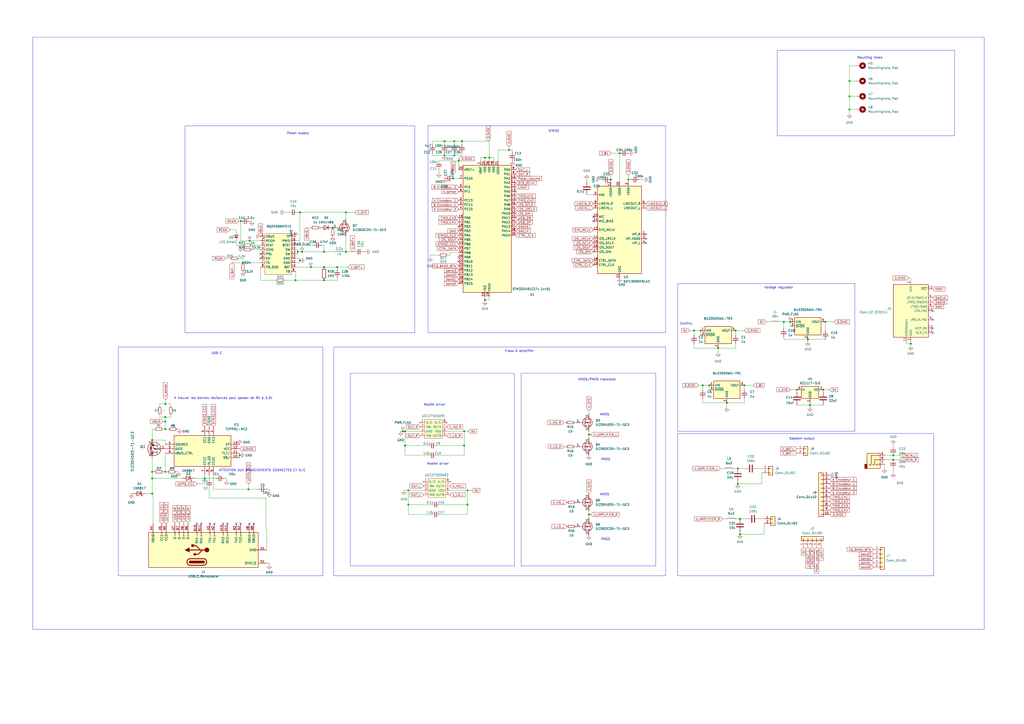
<source format=kicad_sch>
(kicad_sch (version 20231120) (generator "eeschema") (generator_version "8.0")
  (paper "A2")
  (junction (at 257.81 81.915))
  (junction (at 263.525 81.915))
  (junction (at 454.66 186.69))
  (junction (at 180.34 154.94))
  (junction (at 281.305 173.99))
  (junction (at 187.96 162.56))
  (junction (at 140.97 152.4))
  (junction (at 173.99 151.13))
  (junction (at 469.9 234.95))
  (junction (at 95.885 241.935))
  (junction (at 283.845 91.44))
  (junction (at 468.63 196.85))
  (junction (at 354.33 104.14))
  (junction (at 193.04 132.08))
  (junction (at 431.8 223.52))
  (junction (at 458.47 186.69))
  (junction (at 257.81 90.17))
  (junction (at 364.49 104.14))
  (junction (at 271.145 284.48))
  (junction (at 236.855 292.735))
  (junction (at 95.885 234.315))
  (junction (at 200.66 146.05))
  (junction (at 139.7 128.27))
  (junction (at 462.28 226.06))
  (junction (at 118.745 277.495))
  (junction (at 478.79 186.69))
  (junction (at 88.265 273.685))
  (junction (at 88.265 255.27))
  (junction (at 269.24 250.19))
  (junction (at 262.89 103.505))
  (junction (at 269.24 258.445))
  (junction (at 359.41 88.9))
  (junction (at 492.76 55.88))
  (junction (at 411.48 223.52))
  (junction (at 187.96 146.05))
  (junction (at 144.145 283.845))
  (junction (at 407.67 223.52))
  (junction (at 187.96 154.94))
  (junction (at 271.145 292.735))
  (junction (at 236.855 284.48))
  (junction (at 172.72 146.05))
  (junction (at 144.78 139.7))
  (junction (at 267.97 81.915))
  (junction (at 95.885 248.92))
  (junction (at 406.4 191.77))
  (junction (at 518.16 266.7))
  (junction (at 421.64 233.68))
  (junction (at 95.885 244.475))
  (junction (at 95.885 273.685))
  (junction (at 492.76 46.99))
  (junction (at 281.305 91.44))
  (junction (at 416.56 201.93))
  (junction (at 173.99 123.19))
  (junction (at 518.16 264.16))
  (junction (at 295.275 86.995))
  (junction (at 234.95 250.19))
  (junction (at 429.26 300.99))
  (junction (at 402.59 191.77))
  (junction (at 234.95 258.445))
  (junction (at 88.265 277.495))
  (junction (at 341.63 252.095))
  (junction (at 88.265 286.385))
  (junction (at 263.525 90.17))
  (junction (at 477.52 226.06))
  (junction (at 139.065 264.16))
  (junction (at 427.99 280.67))
  (junction (at 492.76 63.5))
  (junction (at 427.99 271.78))
  (junction (at 175.26 146.05))
  (junction (at 171.45 162.56))
  (junction (at 195.58 154.94))
  (junction (at 341.63 298.45))
  (junction (at 233.68 250.19))
  (junction (at 266.065 93.345))
  (junction (at 528.32 199.39))
  (junction (at 426.72 191.77))
  (junction (at 429.26 309.88))
  (junction (at 200.66 123.19))
  (no_connect (at 541.02 193.04))
  (no_connect (at 151.13 147.32))
  (no_connect (at 131.953 303.784))
  (no_connect (at 541.02 180.34))
  (no_connect (at 114.173 303.784))
  (no_connect (at 147.193 303.784))
  (no_connect (at 266.065 131.445))
  (no_connect (at 374.65 135.89))
  (no_connect (at 374.65 138.43))
  (no_connect (at 266.065 149.225))
  (no_connect (at 124.333 303.784))
  (no_connect (at 374.65 140.97))
  (no_connect (at 121.793 303.784))
  (no_connect (at 151.13 149.86))
  (no_connect (at 139.573 303.784))
  (no_connect (at 344.17 125.73))
  (no_connect (at 116.713 303.784))
  (no_connect (at 299.085 111.125))
  (no_connect (at 144.653 303.784))
  (no_connect (at 137.033 303.784))
  (no_connect (at 541.02 190.5))
  (no_connect (at 541.02 185.42))
  (no_connect (at 129.413 303.784))
  (no_connect (at 344.17 128.27))
  (no_connect (at 266.065 151.765))
  (wire (pts (xy 180.34 154.94) (xy 187.96 154.94)))
  (wire (pts (xy 341.63 296.545) (xy 341.63 298.45)))
  (wire (pts (xy 200.66 137.16) (xy 200.66 146.05)))
  (wire (pts (xy 130.175 277.495) (xy 131.445 277.495)))
  (wire (pts (xy 492.76 46.99) (xy 492.76 38.1)))
  (wire (pts (xy 92.71 240.665) (xy 92.71 241.935)))
  (wire (pts (xy 236.855 292.735) (xy 236.855 298.45)))
  (wire (pts (xy 130.81 149.86) (xy 133.35 149.86)))
  (wire (pts (xy 200.66 146.05) (xy 205.74 146.05)))
  (wire (pts (xy 452.12 186.69) (xy 454.66 186.69)))
  (wire (pts (xy 260.985 146.685) (xy 260.985 147.955)))
  (wire (pts (xy 440.69 300.99) (xy 443.23 300.99)))
  (wire (pts (xy 281.305 173.99) (xy 281.305 174.625)))
  (wire (pts (xy 249.555 147.955) (xy 254.635 147.955)))
  (wire (pts (xy 173.99 139.7) (xy 171.45 139.7)))
  (wire (pts (xy 295.275 86.995) (xy 297.18 86.995)))
  (wire (pts (xy 186.69 142.24) (xy 187.96 142.24)))
  (wire (pts (xy 254.635 93.345) (xy 266.065 93.345)))
  (wire (pts (xy 454.66 186.69) (xy 458.47 186.69)))
  (wire (pts (xy 417.83 271.78) (xy 420.37 271.78)))
  (wire (pts (xy 121.285 288.925) (xy 154.305 288.925)))
  (wire (pts (xy 106.553 303.022) (xy 106.553 303.784)))
  (wire (pts (xy 233.68 250.19) (xy 234.95 250.19)))
  (wire (pts (xy 354.33 88.9) (xy 359.41 88.9)))
  (wire (pts (xy 419.1 300.99) (xy 421.64 300.99)))
  (wire (pts (xy 171.45 144.78) (xy 172.72 144.78)))
  (wire (pts (xy 154.813 307.34) (xy 154.813 319.024)))
  (wire (pts (xy 118.745 275.59) (xy 118.745 277.495)))
  (wire (pts (xy 104.013 303.149) (xy 104.013 303.784)))
  (wire (pts (xy 340.36 113.03) (xy 344.17 113.03)))
  (wire (pts (xy 259.08 250.19) (xy 269.24 250.19)))
  (wire (pts (xy 281.305 93.345) (xy 281.305 91.44)))
  (wire (pts (xy 478.79 186.69) (xy 483.87 186.69)))
  (wire (pts (xy 340.36 104.14) (xy 340.36 105.41)))
  (wire (pts (xy 441.96 274.32) (xy 441.96 280.67)))
  (wire (pts (xy 139.7 139.7) (xy 139.7 128.27)))
  (wire (pts (xy 400.05 191.77) (xy 402.59 191.77)))
  (wire (pts (xy 267.97 88.9) (xy 267.97 90.17)))
  (wire (pts (xy 232.41 250.19) (xy 233.68 250.19)))
  (wire (pts (xy 99.06 240.665) (xy 99.06 241.935)))
  (wire (pts (xy 173.99 123.19) (xy 200.66 123.19)))
  (wire (pts (xy 89.535 273.685) (xy 88.265 273.685)))
  (wire (pts (xy 444.5 186.69) (xy 447.04 186.69)))
  (wire (pts (xy 99.06 234.315) (xy 99.06 235.585)))
  (wire (pts (xy 255.27 292.735) (xy 271.145 292.735)))
  (wire (pts (xy 347.98 104.14) (xy 349.25 104.14)))
  (wire (pts (xy 283.845 91.44) (xy 286.385 91.44)))
  (wire (pts (xy 94.615 248.92) (xy 95.885 248.92)))
  (wire (pts (xy 172.72 123.19) (xy 173.99 123.19)))
  (wire (pts (xy 286.385 91.44) (xy 286.385 93.345)))
  (wire (pts (xy 95.885 257.81) (xy 95.885 255.27)))
  (wire (pts (xy 114.3 280.67) (xy 118.745 280.67)))
  (wire (pts (xy 257.81 81.915) (xy 263.525 81.915)))
  (wire (pts (xy 171.45 157.48) (xy 171.45 162.56)))
  (wire (pts (xy 172.72 144.78) (xy 172.72 146.05)))
  (wire (pts (xy 144.78 139.7) (xy 139.7 139.7)))
  (wire (pts (xy 427.99 271.78) (xy 431.8 271.78)))
  (wire (pts (xy 259.715 147.955) (xy 260.985 147.955)))
  (wire (pts (xy 88.265 248.92) (xy 89.535 248.92)))
  (wire (pts (xy 267.97 90.17) (xy 263.525 90.17)))
  (wire (pts (xy 171.45 154.94) (xy 180.34 154.94)))
  (wire (pts (xy 95.885 262.89) (xy 95.885 273.685)))
  (wire (pts (xy 88.265 265.43) (xy 88.265 273.685)))
  (wire (pts (xy 468.63 196.85) (xy 468.63 198.12)))
  (wire (pts (xy 477.52 226.06) (xy 477.52 227.33)))
  (wire (pts (xy 250.825 88.9) (xy 250.825 90.17)))
  (wire (pts (xy 95.885 234.315) (xy 99.06 234.315)))
  (wire (pts (xy 402.59 191.77) (xy 406.4 191.77)))
  (wire (pts (xy 262.89 100.965) (xy 262.89 103.505)))
  (wire (pts (xy 102.87 248.92) (xy 104.14 248.92)))
  (wire (pts (xy 281.305 173.99) (xy 283.845 173.99)))
  (wire (pts (xy 234.95 250.19) (xy 234.95 258.445)))
  (wire (pts (xy 200.66 123.19) (xy 205.74 123.19)))
  (wire (pts (xy 492.76 55.88) (xy 492.76 46.99)))
  (wire (pts (xy 172.72 146.05) (xy 172.72 147.32)))
  (wire (pts (xy 283.845 91.44) (xy 283.845 93.345)))
  (wire (pts (xy 195.58 161.29) (xy 195.58 162.56)))
  (wire (pts (xy 431.8 233.68) (xy 421.64 233.68)))
  (wire (pts (xy 88.265 273.685) (xy 88.265 277.495)))
  (wire (pts (xy 255.27 298.45) (xy 271.145 298.45)))
  (wire (pts (xy 137.16 133.35) (xy 137.16 134.62)))
  (wire (pts (xy 76.2 286.385) (xy 76.835 286.385)))
  (wire (pts (xy 426.72 191.77) (xy 426.72 194.31)))
  (wire (pts (xy 171.45 142.24) (xy 181.61 142.24)))
  (wire (pts (xy 173.99 149.86) (xy 171.45 149.86)))
  (wire (pts (xy 426.72 199.39) (xy 426.72 201.93)))
  (wire (pts (xy 492.76 46.99) (xy 496.57 46.99)))
  (wire (pts (xy 137.16 139.7) (xy 137.16 142.24)))
  (wire (pts (xy 88.265 286.385) (xy 84.455 286.385)))
  (wire (pts (xy 95.885 255.27) (xy 88.265 255.27)))
  (wire (pts (xy 165.1 123.19) (xy 167.64 123.19)))
  (wire (pts (xy 249.555 147.955) (xy 249.555 149.225)))
  (wire (pts (xy 266.065 92.075) (xy 266.065 93.345)))
  (wire (pts (xy 492.76 66.04) (xy 492.76 63.5)))
  (wire (pts (xy 407.67 223.52) (xy 411.48 223.52)))
  (wire (pts (xy 341.63 298.45) (xy 341.63 300.355)))
  (wire (pts (xy 154.305 288.925) (xy 154.305 307.34)))
  (wire (pts (xy 134.62 152.4) (xy 140.97 152.4)))
  (wire (pts (xy 133.35 133.35) (xy 137.16 133.35)))
  (wire (pts (xy 281.305 172.085) (xy 281.305 173.99)))
  (wire (pts (xy 288.925 86.995) (xy 288.925 93.345)))
  (wire (pts (xy 123.825 283.845) (xy 144.145 283.845)))
  (wire (pts (xy 469.9 234.95) (xy 477.52 234.95)))
  (wire (pts (xy 234.95 264.16) (xy 248.285 264.16)))
  (wire (pts (xy 283.845 81.915) (xy 283.845 91.44)))
  (wire (pts (xy 443.23 309.88) (xy 429.26 309.88)))
  (wire (pts (xy 195.58 154.94) (xy 195.58 156.21)))
  (wire (pts (xy 341.63 238.125) (xy 341.63 240.03)))
  (wire (pts (xy 199.39 146.05) (xy 200.66 146.05)))
  (wire (pts (xy 140.97 152.4) (xy 151.13 152.4)))
  (wire (pts (xy 102.235 273.685) (xy 103.505 273.685)))
  (wire (pts (xy 210.82 146.05) (xy 212.09 146.05)))
  (wire (pts (xy 137.16 142.24) (xy 140.97 142.24)))
  (wire (pts (xy 154.94 283.845) (xy 156.21 283.845)))
  (wire (pts (xy 92.71 234.315) (xy 95.885 234.315)))
  (wire (pts (xy 151.13 162.56) (xy 151.13 154.94)))
  (wire (pts (xy 173.99 123.19) (xy 173.99 139.7)))
  (wire (pts (xy 407.67 223.52) (xy 407.67 226.06)))
  (wire (pts (xy 402.59 191.77) (xy 402.59 194.31)))
  (wire (pts (xy 468.63 196.85) (xy 478.79 196.85)))
  (wire (pts (xy 234.315 284.48) (xy 236.855 284.48)))
  (wire (pts (xy 269.24 250.19) (xy 269.24 258.445)))
  (wire (pts (xy 267.97 81.915) (xy 283.845 81.915)))
  (wire (pts (xy 271.145 284.48) (xy 273.685 284.48)))
  (wire (pts (xy 518.16 264.16) (xy 521.97 264.16)))
  (wire (pts (xy 528.32 161.29) (xy 527.05 161.29)))
  (wire (pts (xy 88.773 303.784) (xy 88.773 286.385)))
  (wire (pts (xy 95.885 273.685) (xy 97.155 273.685)))
  (wire (pts (xy 513.08 266.7) (xy 518.16 266.7)))
  (wire (pts (xy 416.56 201.93) (xy 416.56 204.47)))
  (wire (pts (xy 297.18 86.995) (xy 297.18 88.265)))
  (wire (pts (xy 146.05 128.27) (xy 144.78 128.27)))
  (wire (pts (xy 121.285 275.59) (xy 121.285 278.13)))
  (wire (pts (xy 263.525 81.915) (xy 267.97 81.915)))
  (wire (pts (xy 458.47 226.06) (xy 462.28 226.06)))
  (wire (pts (xy 138.43 128.27) (xy 139.7 128.27)))
  (wire (pts (xy 125.095 277.495) (xy 118.745 277.495)))
  (wire (pts (xy 288.925 86.995) (xy 295.275 86.995)))
  (wire (pts (xy 92.71 241.935) (xy 95.885 241.935)))
  (wire (pts (xy 341.63 298.45) (xy 342.9 298.45)))
  (wire (pts (xy 271.145 292.735) (xy 271.145 298.45)))
  (wire (pts (xy 454.66 190.5) (xy 454.66 186.69)))
  (wire (pts (xy 154.813 326.644) (xy 156.21 326.644)))
  (wire (pts (xy 327.025 245.11) (xy 328.295 245.11)))
  (wire (pts (xy 439.42 271.78) (xy 441.96 271.78)))
  (wire (pts (xy 370.84 104.14) (xy 373.38 104.14)))
  (wire (pts (xy 518.16 271.78) (xy 518.16 274.32)))
  (wire (pts (xy 156.21 327.66) (xy 156.21 326.644)))
  (wire (pts (xy 518.16 257.81) (xy 518.16 259.08)))
  (wire (pts (xy 431.8 231.14) (xy 431.8 233.68)))
  (wire (pts (xy 138.43 149.86) (xy 140.97 149.86)))
  (wire (pts (xy 525.78 198.12) (xy 525.78 199.39)))
  (wire (pts (xy 172.72 146.05) (xy 175.26 146.05)))
  (wire (pts (xy 407.67 233.68) (xy 421.64 233.68)))
  (wire (pts (xy 262.89 103.505) (xy 266.065 103.505)))
  (wire (pts (xy 253.365 264.16) (xy 269.24 264.16)))
  (wire (pts (xy 426.72 201.93) (xy 416.56 201.93)))
  (wire (pts (xy 295.275 85.09) (xy 295.275 86.995)))
  (wire (pts (xy 354.33 104.14) (xy 354.33 105.41)))
  (wire (pts (xy 518.16 266.7) (xy 521.97 266.7)))
  (wire (pts (xy 327.025 259.08) (xy 328.295 259.08)))
  (wire (pts (xy 513.08 264.16) (xy 518.16 264.16)))
  (wire (pts (xy 171.45 152.4) (xy 173.99 152.4)))
  (wire (pts (xy 333.375 245.11) (xy 334.01 245.11)))
  (wire (pts (xy 95.885 248.92) (xy 97.79 248.92)))
  (wire (pts (xy 426.72 191.77) (xy 431.8 191.77)))
  (wire (pts (xy 513.08 269.24) (xy 513.08 271.78)))
  (wire (pts (xy 278.765 91.44) (xy 278.765 93.345)))
  (wire (pts (xy 492.76 63.5) (xy 492.76 55.88)))
  (wire (pts (xy 187.96 162.56) (xy 195.58 162.56)))
  (wire (pts (xy 92.71 234.315) (xy 92.71 235.585)))
  (wire (pts (xy 263.525 90.17) (xy 257.81 90.17)))
  (wire (pts (xy 341.63 250.19) (xy 341.63 252.095)))
  (wire (pts (xy 250.825 83.82) (xy 250.825 81.915)))
  (wire (pts (xy 364.49 104.14) (xy 365.76 104.14)))
  (wire (pts (xy 171.45 162.56) (xy 187.96 162.56)))
  (wire (pts (xy 257.81 81.915) (xy 257.81 83.82)))
  (wire (pts (xy 454.66 196.85) (xy 468.63 196.85)))
  (wire (pts (xy 266.065 93.345) (xy 266.065 98.425)))
  (wire (pts (xy 354.33 101.6) (xy 354.33 104.14)))
  (wire (pts (xy 234.95 258.445) (xy 234.95 264.16)))
  (wire (pts (xy 177.8 132.08) (xy 180.34 132.08)))
  (wire (pts (xy 236.855 284.48) (xy 245.745 284.48)))
  (wire (pts (xy 123.825 275.59) (xy 123.825 283.845)))
  (wire (pts (xy 478.79 186.69) (xy 478.79 191.77)))
  (wire (pts (xy 281.305 91.44) (xy 283.845 91.44)))
  (wire (pts (xy 131.445 277.495) (xy 131.445 278.765)))
  (wire (pts (xy 236.855 292.735) (xy 250.19 292.735)))
  (wire (pts (xy 454.66 195.58) (xy 454.66 196.85)))
  (wire (pts (xy 160.02 162.56) (xy 151.13 162.56)))
  (wire (pts (xy 443.23 303.53) (xy 443.23 309.88)))
  (wire (pts (xy 139.065 264.16) (xy 139.065 262.89)))
  (wire (pts (xy 88.265 286.385) (xy 88.773 286.385)))
  (wire (pts (xy 94.615 244.475) (xy 95.885 244.475)))
  (wire (pts (xy 254.635 98.425) (xy 254.635 100.33)))
  (wire (pts (xy 469.9 234.95) (xy 469.9 233.68)))
  (wire (pts (xy 333.375 259.08) (xy 334.01 259.08)))
  (wire (pts (xy 156.21 283.845) (xy 156.21 285.75)))
  (wire (pts (xy 462.28 234.95) (xy 469.9 234.95)))
  (wire (pts (xy 528.32 198.12) (xy 528.32 199.39)))
  (wire (pts (xy 405.13 223.52) (xy 407.67 223.52)))
  (wire (pts (xy 144.145 283.845) (xy 144.145 280.67)))
  (wire (pts (xy 139.065 264.16) (xy 139.065 265.43)))
  (wire (pts (xy 458.47 186.69) (xy 458.47 189.23)))
  (wire (pts (xy 341.63 252.095) (xy 342.9 252.095)))
  (wire (pts (xy 407.67 231.14) (xy 407.67 233.68)))
  (wire (pts (xy 140.97 149.86) (xy 140.97 152.4)))
  (wire (pts (xy 146.05 142.24) (xy 151.13 142.24)))
  (wire (pts (xy 88.265 277.495) (xy 105.41 277.495)))
  (wire (pts (xy 525.78 199.39) (xy 528.32 199.39)))
  (wire (pts (xy 469.9 236.22) (xy 469.9 234.95)))
  (wire (pts (xy 234.95 250.19) (xy 243.84 250.19)))
  (wire (pts (xy 187.96 142.24) (xy 187.96 146.05)))
  (wire (pts (xy 260.985 284.48) (xy 271.145 284.48)))
  (wire (pts (xy 359.41 88.9) (xy 359.41 105.41)))
  (wire (pts (xy 402.59 201.93) (xy 416.56 201.93)))
  (wire (pts (xy 528.32 162.56) (xy 528.32 161.29)))
  (wire (pts (xy 263.525 81.915) (xy 263.525 83.82)))
  (wire (pts (xy 278.765 91.44) (xy 281.305 91.44)))
  (wire (pts (xy 149.86 283.845) (xy 144.145 283.845)))
  (wire (pts (xy 88.265 248.92) (xy 88.265 255.27)))
  (wire (pts (xy 200.66 123.19) (xy 200.66 127)))
  (wire (pts (xy 492.76 55.88) (xy 496.57 55.88)))
  (wire (pts (xy 154.813 307.34) (xy 154.305 307.34)))
  (wire (pts (xy 421.64 233.68) (xy 421.64 236.22)))
  (wire (pts (xy 257.81 90.17) (xy 257.81 88.9)))
  (wire (pts (xy 266.065 146.685) (xy 260.985 146.685)))
  (wire (pts (xy 364.49 104.14) (xy 364.49 105.41)))
  (wire (pts (xy 173.99 151.13) (xy 173.99 149.86)))
  (wire (pts (xy 118.745 280.67) (xy 118.745 277.495)))
  (wire (pts (xy 431.8 223.52) (xy 436.88 223.52)))
  (wire (pts (xy 95.885 234.315) (xy 95.885 231.775)))
  (wire (pts (xy 195.58 154.94) (xy 201.93 154.94)))
  (wire (pts (xy 121.285 283.21) (xy 121.285 288.925)))
  (wire (pts (xy 271.145 284.48) (xy 271.145 292.735)))
  (wire (pts (xy 94.615 273.685) (xy 95.885 273.685)))
  (wire (pts (xy 250.825 81.915) (xy 257.81 81.915)))
  (wire (pts (xy 269.24 258.445) (xy 269.24 264.16)))
  (wire (pts (xy 364.49 101.6) (xy 364.49 104.14)))
  (wire (pts (xy 263.525 88.9) (xy 263.525 90.17)))
  (wire (pts (xy 144.78 139.7) (xy 151.13 139.7)))
  (wire (pts (xy 406.4 191.77) (xy 406.4 194.31)))
  (wire (pts (xy 528.32 199.39) (xy 528.32 200.66)))
  (wire (pts (xy 146.05 144.78) (xy 151.13 144.78)))
  (wire (pts (xy 492.76 38.1) (xy 496.57 38.1)))
  (wire (pts (xy 95.885 241.935) (xy 99.06 241.935)))
  (wire (pts (xy 429.26 308.61) (xy 429.26 309.88)))
  (wire (pts (xy 477.52 226.06) (xy 481.33 226.06)))
  (wire (pts (xy 253.365 258.445) (xy 269.24 258.445)))
  (wire (pts (xy 187.96 154.94) (xy 195.58 154.94)))
  (wire (pts (xy 236.855 298.45) (xy 250.19 298.45)))
  (wire (pts (xy 95.885 244.475) (xy 95.885 248.92)))
  (wire (pts (xy 283.845 172.085) (xy 283.845 173.99)))
  (wire (pts (xy 411.48 223.52) (xy 411.48 226.06)))
  (wire (pts (xy 431.8 223.52) (xy 431.8 226.06)))
  (wire (pts (xy 267.97 81.915) (xy 267.97 83.82)))
  (wire (pts (xy 165.1 162.56) (xy 171.45 162.56)))
  (wire (pts (xy 426.72 300.99) (xy 429.26 300.99)))
  (wire (pts (xy 462.28 226.06) (xy 462.28 227.33)))
  (wire (pts (xy 234.95 258.445) (xy 248.285 258.445)))
  (wire (pts (xy 425.45 271.78) (xy 427.99 271.78)))
  (wire (pts (xy 113.03 277.495) (xy 118.745 277.495)))
  (wire (pts (xy 250.825 90.17) (xy 257.81 90.17)))
  (wire (pts (xy 95.885 241.935) (xy 95.885 244.475)))
  (wire (pts (xy 88.265 277.495) (xy 88.265 286.385)))
  (wire (pts (xy 236.855 284.48) (xy 236.855 292.735)))
  (wire (pts (xy 402.59 199.39) (xy 402.59 201.93)))
  (wire (pts (xy 175.26 146.05) (xy 187.96 146.05)))
  (wire (pts (xy 187.96 146.05) (xy 194.31 146.05)))
  (wire (pts (xy 441.96 280.67) (xy 427.99 280.67)))
  (wire (pts (xy 429.26 300.99) (xy 433.07 300.99)))
  (wire (pts (xy 341.63 252.095) (xy 341.63 254)))
  (wire (pts (xy 173.99 152.4) (xy 173.99 151.13)))
  (wire (pts (xy 109.093 303.022) (xy 109.093 303.784)))
  (wire (pts (xy 269.24 250.19) (xy 271.78 250.19)))
  (wire (pts (xy 172.72 147.32) (xy 171.45 147.32)))
  (wire (pts (xy 101.473 303.276) (xy 101.473 303.784)))
  (wire (pts (xy 492.76 63.5) (xy 496.57 63.5)))
  (wire (pts (xy 427.99 279.4) (xy 427.99 280.67)))
  (rectangle (start 19.05 21.59) (end 570.865 365.125))
  (rectangle (start 302.26 216.535) (end 380.365 328.295))
  (rectangle (start 68.58 201.295) (end 187.325 334.01))
  (rectangle (start 107.315 73.025) (end 240.665 193.04))
  (rectangle (start 393.065 251.46) (end 541.655 334.01))
  (rectangle (start 203.2 216.535) (end 298.45 328.295))
  (rectangle (start 450.85 29.21) (end 553.72 78.74))
  (rectangle (start 248.285 73.025) (end 386.08 193.04))
  (rectangle (start 393.065 164.465) (end 495.935 250.19))
  (rectangle (start 193.675 201.295) (end 386.08 334.01))
  (text "Speaker output\n" (at 457.835 255.27 0) (effects (font (size 1.27 1.27)) (justify left bottom)))
  (text "A trouver les bonnes résitances pour passer de 9V à 3.3V" (at 100.965 231.775 0) (effects (font (size 1.27 1.27)) (justify left bottom)))
  (text "PMOS" (at 348.615 313.69 0) (effects (font (size 1.27 1.27)) (justify left bottom)))
  (text "NMOS\n" (at 347.98 241.3 0) (effects (font (size 1.27 1.27)) (justify left bottom)))
  (text "ATTENTION AUX BRANCHEMENTS CONNECTES ET N/C\n" (at 127 273.685 0) (effects (font (size 1.27 1.27)) (justify left bottom)))
  (text "NMOS/PMOS transistor\n" (at 335.28 220.98 0) (effects (font (size 1.27 1.27)) (justify left bottom)))
  (text "Continu\n" (at 394.335 188.595 0) (effects (font (size 1.27 1.27)) (justify left bottom)))
  (text "Mounting holes" (at 497.205 34.29 0) (effects (font (size 1.27 1.27)) (justify left bottom)))
  (text "Voltage regulator\n\n" (at 443.23 169.672 0) (effects (font (size 1.27 1.27)) (justify left bottom)))
  (text "USB C\n" (at 122.555 205.74 0) (effects (font (size 1.27 1.27)) (justify left bottom)))
  (text "Mosfet driver\n" (at 245.745 235.585 0) (effects (font (size 1.27 1.27)) (justify left bottom)))
  (text "PMOS" (at 348.615 267.335 0) (effects (font (size 1.27 1.27)) (justify left bottom)))
  (text "NMOS\n" (at 347.98 287.655 0) (effects (font (size 1.27 1.27)) (justify left bottom)))
  (text "STM32\n" (at 318.135 76.835 0) (effects (font (size 1.27 1.27)) (justify left bottom)))
  (text "Mosfet driver\n" (at 247.65 269.875 0) (effects (font (size 1.27 1.27)) (justify left bottom)))
  (text "Class D amplifier\n" (at 292.735 204.47 0) (effects (font (size 1.27 1.27)) (justify left bottom)))
  (text "Power supply\n" (at 166.37 78.105 0) (effects (font (size 1.27 1.27)) (justify left bottom)))
  (global_label "I2S_DIN" (shape input) (at 344.17 146.05 180) (property "Intersheetrefs" "${INTERSHEET_REFS}" (effects (hide yes))))
  (global_label "STM32_CC2" (shape input) (at 266.065 136.525 180) (property "Intersheetrefs" "${INTERSHEET_REFS}" (effects (hide yes))))
  (global_label "TIM3_CH4" (shape input) (at 266.065 128.905 180) (property "Intersheetrefs" "${INTERSHEET_REFS}" (effects (hide yes))))
  (global_label "V_SYS" (shape input) (at 341.63 286.385 90) (property "Intersheetrefs" "${INTERSHEET_REFS}" (effects (hide yes))))
  (global_label "USB_DM" (shape input) (at 101.473 303.276 90) (property "Intersheetrefs" "${INTERSHEET_REFS}" (effects (hide yes))))
  (global_label "5V" (shape input) (at 271.78 250.19 0) (property "Intersheetrefs" "${INTERSHEET_REFS}" (effects (hide yes))))
  (global_label "V_sense" (shape input) (at 266.065 111.125 180) (property "Intersheetrefs" "${INTERSHEET_REFS}" (effects (hide yes))))
  (global_label "CTRL_DATA" (shape input) (at 344.17 151.13 180) (property "Intersheetrefs" "${INTERSHEET_REFS}" (effects (hide yes))))
  (global_label "I2S_LRCLK" (shape input) (at 299.085 121.285 0) (property "Intersheetrefs" "${INTERSHEET_REFS}" (effects (hide yes))))
  (global_label "V_AMPLIFIER_L" (shape input) (at 342.9 252.095 0) (property "Intersheetrefs" "${INTERSHEET_REFS}" (effects (hide yes))))
  (global_label "B Encodeur 2" (shape input) (at 481.33 283.21 0) (property "Intersheetrefs" "${INTERSHEET_REFS}" (effects (hide yes))))
  (global_label "band1" (shape input) (at 266.065 161.925 180) (property "Intersheetrefs" "${INTERSHEET_REFS}" (effects (hide yes))))
  (global_label "Potar_volume" (shape input) (at 473.71 317.5 270) (property "Intersheetrefs" "${INTERSHEET_REFS}" (effects (hide yes))))
  (global_label "3.3VDC" (shape input) (at 139.065 260.35 0) (property "Intersheetrefs" "${INTERSHEET_REFS}" (effects (hide yes))))
  (global_label "V_SYS" (shape input) (at 205.74 123.19 0) (property "Intersheetrefs" "${INTERSHEET_REFS}" (effects (hide yes))))
  (global_label "band1" (shape input) (at 506.73 326.39 180) (property "Intersheetrefs" "${INTERSHEET_REFS}" (effects (hide yes))))
  (global_label "A Encodeur 1" (shape input) (at 266.065 116.205 180) (property "Intersheetrefs" "${INTERSHEET_REFS}" (effects (hide yes))))
  (global_label "LINEIN_L" (shape input) (at 344.17 120.65 180) (property "Intersheetrefs" "${INTERSHEET_REFS}" (effects (hide yes))))
  (global_label "TIM3_CH2" (shape input) (at 481.33 290.83 0) (property "Intersheetrefs" "${INTERSHEET_REFS}" (effects (hide yes))))
  (global_label "STM32_CC1" (shape input) (at 266.065 141.605 180) (property "Intersheetrefs" "${INTERSHEET_REFS}" (effects (hide yes))))
  (global_label "3.3VDC" (shape input) (at 431.8 191.77 0) (property "Intersheetrefs" "${INTERSHEET_REFS}" (effects (hide yes))))
  (global_label "band2" (shape input) (at 266.065 159.385 180) (property "Intersheetrefs" "${INTERSHEET_REFS}" (effects (hide yes))))
  (global_label "VBUS" (shape input) (at 94.615 244.475 180) (property "Intersheetrefs" "${INTERSHEET_REFS}" (effects (hide yes))))
  (global_label "LINEIN_L" (shape input) (at 521.97 264.16 0) (property "Intersheetrefs" "${INTERSHEET_REFS}" (effects (hide yes))))
  (global_label "V_LO_R" (shape input) (at 327.025 259.08 180) (property "Intersheetrefs" "${INTERSHEET_REFS}" (effects (hide yes))))
  (global_label "3.3VAC" (shape input) (at 483.87 186.69 0) (property "Intersheetrefs" "${INTERSHEET_REFS}" (effects (hide yes))))
  (global_label "I2S_DOUT" (shape input) (at 344.17 143.51 180) (property "Intersheetrefs" "${INTERSHEET_REFS}" (effects (hide yes))))
  (global_label "V_HO_R" (shape input) (at 327.025 245.11 180) (property "Intersheetrefs" "${INTERSHEET_REFS}" (effects (hide yes))))
  (global_label "V_BAT+" (shape input) (at 462.28 260.35 180) (property "Intersheetrefs" "${INTERSHEET_REFS}" (effects (hide yes))))
  (global_label "UCPD_CC2" (shape input) (at 144.145 280.67 90) (property "Intersheetrefs" "${INTERSHEET_REFS}" (effects (hide yes))))
  (global_label "TIM3_CH3" (shape input) (at 266.065 126.365 180) (property "Intersheetrefs" "${INTERSHEET_REFS}" (effects (hide yes))))
  (global_label "3.3VDC" (shape input) (at 354.33 101.6 90) (property "Intersheetrefs" "${INTERSHEET_REFS}" (effects (hide yes))))
  (global_label "I2S_LRCLK" (shape input) (at 344.17 138.43 180) (property "Intersheetrefs" "${INTERSHEET_REFS}" (effects (hide yes))))
  (global_label "V_BAT-" (shape input) (at 134.62 152.4 270) (property "Intersheetrefs" "${INTERSHEET_REFS}" (effects (hide yes))))
  (global_label "band0" (shape input) (at 506.73 328.93 180) (property "Intersheetrefs" "${INTERSHEET_REFS}" (effects (hide yes))))
  (global_label "CTRL_DATA" (shape input) (at 266.065 144.145 180) (property "Intersheetrefs" "${INTERSHEET_REFS}" (effects (hide yes))))
  (global_label "SYS_MCLK" (shape input) (at 344.17 133.35 180) (property "Intersheetrefs" "${INTERSHEET_REFS}" (effects (hide yes))))
  (global_label "VBUS" (shape input) (at 151.13 137.16 90) (property "Intersheetrefs" "${INTERSHEET_REFS}" (effects (hide yes))))
  (global_label "1.8V" (shape input) (at 354.33 88.9 180) (property "Intersheetrefs" "${INTERSHEET_REFS}" (effects (hide yes))))
  (global_label "V_LO_L" (shape input) (at 328.93 305.435 180) (property "Intersheetrefs" "${INTERSHEET_REFS}" (effects (hide yes))))
  (global_label "V_sense" (shape input) (at 95.885 231.775 90) (property "Intersheetrefs" "${INTERSHEET_REFS}" (effects (hide yes))))
  (global_label "A Encodeur 2" (shape input) (at 481.33 285.75 0) (property "Intersheetrefs" "${INTERSHEET_REFS}" (effects (hide yes))))
  (global_label "EQ_BAND_BTN" (shape input) (at 506.73 318.77 180) (property "Intersheetrefs" "${INTERSHEET_REFS}" (effects (hide yes))))
  (global_label "V_AMPLIFIER_L" (shape input) (at 417.83 271.78 180) (property "Intersheetrefs" "${INTERSHEET_REFS}" (effects (hide yes))))
  (global_label "B Encodeur 1" (shape input) (at 481.33 280.67 0) (property "Intersheetrefs" "${INTERSHEET_REFS}" (effects (hide yes))))
  (global_label "LIGHT" (shape input) (at 476.25 317.5 270) (property "Intersheetrefs" "${INTERSHEET_REFS}" (effects (hide yes))))
  (global_label "3.3VDC" (shape input) (at 266.065 92.075 0) (property "Intersheetrefs" "${INTERSHEET_REFS}" (effects (hide yes))))
  (global_label "V_AMPLIFIER_R" (shape input) (at 342.9 298.45 0) (property "Intersheetrefs" "${INTERSHEET_REFS}" (effects (hide yes))))
  (global_label "LINEOUT_L" (shape input) (at 374.65 120.65 0) (property "Intersheetrefs" "${INTERSHEET_REFS}" (effects (hide yes))))
  (global_label "V_LO_R" (shape input) (at 259.08 252.73 0) (property "Intersheetrefs" "${INTERSHEET_REFS}" (effects (hide yes))))
  (global_label "USB_DM" (shape input) (at 104.013 303.149 90) (property "Intersheetrefs" "${INTERSHEET_REFS}" (effects (hide yes))))
  (global_label "5V" (shape input) (at 273.685 284.48 0) (property "Intersheetrefs" "${INTERSHEET_REFS}" (effects (hide yes))))
  (global_label "OUT_L" (shape input) (at 299.085 98.425 0) (property "Intersheetrefs" "${INTERSHEET_REFS}" (effects (hide yes))))
  (global_label "LINEOUT_R" (shape input) (at 374.65 118.11 0) (property "Intersheetrefs" "${INTERSHEET_REFS}" (effects (hide yes))))
  (global_label "3.3VDC" (shape input) (at 405.13 223.52 180) (property "Intersheetrefs" "${INTERSHEET_REFS}" (effects (hide yes))))
  (global_label "3.3VDC" (shape input) (at 283.21 81.915 90) (property "Intersheetrefs" "${INTERSHEET_REFS}" (effects (hide yes))))
  (global_label "band0" (shape input) (at 266.065 164.465 180) (property "Intersheetrefs" "${INTERSHEET_REFS}" (effects (hide yes))))
  (global_label "5V" (shape input) (at 400.05 191.77 180) (property "Intersheetrefs" "${INTERSHEET_REFS}" (effects (hide yes))))
  (global_label "CTRL_CLK" (shape input) (at 344.17 153.67 180) (property "Intersheetrefs" "${INTERSHEET_REFS}" (effects (hide yes))))
  (global_label "EQ_BAND_BTN" (shape input) (at 266.065 154.305 180) (property "Intersheetrefs" "${INTERSHEET_REFS}" (effects (hide yes))))
  (global_label "A Encodeur 1" (shape input) (at 481.33 278.13 0) (property "Intersheetrefs" "${INTERSHEET_REFS}" (effects (hide yes))))
  (global_label "SWO" (shape input) (at 541.02 177.8 0) (property "Intersheetrefs" "${INTERSHEET_REFS}" (effects (hide yes))))
  (global_label "V_BAT+" (shape input) (at 204.47 146.05 90) (property "Intersheetrefs" "${INTERSHEET_REFS}" (effects (hide yes))))
  (global_label "band3" (shape input) (at 266.065 156.845 180) (property "Intersheetrefs" "${INTERSHEET_REFS}" (effects (hide yes))))
  (global_label "REGN" (shape input) (at 130.81 149.86 180) (property "Intersheetrefs" "${INTERSHEET_REFS}" (effects (hide yes))))
  (global_label "LINEOUT_L" (shape input) (at 468.63 317.5 270) (property "Intersheetrefs" "${INTERSHEET_REFS}" (effects (hide yes))))
  (global_label "LIGHT" (shape input) (at 299.085 108.585 0) (property "Intersheetrefs" "${INTERSHEET_REFS}" (effects (hide yes))))
  (global_label "USB_DP" (shape input) (at 299.085 128.905 0) (property "Intersheetrefs" "${INTERSHEET_REFS}" (effects (hide yes))))
  (global_label "I2S_DOUT" (shape input) (at 266.065 139.065 180) (property "Intersheetrefs" "${INTERSHEET_REFS}" (effects (hide yes))))
  (global_label "V_HO_L" (shape input) (at 328.93 291.465 180) (property "Intersheetrefs" "${INTERSHEET_REFS}" (effects (hide yes))))
  (global_label "I2S_DIN" (shape input) (at 299.085 123.825 0) (property "Intersheetrefs" "${INTERSHEET_REFS}" (effects (hide yes))))
  (global_label "V_SYS" (shape input) (at 458.47 226.06 180) (property "Intersheetrefs" "${INTERSHEET_REFS}" (effects (hide yes))))
  (global_label "V_AMPLIFIER_R" (shape input) (at 419.1 300.99 180) (property "Intersheetrefs" "${INTERSHEET_REFS}" (effects (hide yes))))
  (global_label "REGN" (shape input) (at 138.43 128.27 180) (property "Intersheetrefs" "${INTERSHEET_REFS}" (effects (hide yes))))
  (global_label "band2" (shape input) (at 506.73 323.85 180) (property "Intersheetrefs" "${INTERSHEET_REFS}" (effects (hide yes))))
  (global_label "UCPD_CC1" (shape input) (at 114.3 280.67 180) (property "Intersheetrefs" "${INTERSHEET_REFS}" (effects (hide yes))))
  (global_label "CTRL_CLK" (shape input) (at 299.085 136.525 0) (property "Intersheetrefs" "${INTERSHEET_REFS}" (effects (hide yes))))
  (global_label "NRST" (shape input) (at 262.89 100.965 90) (property "Intersheetrefs" "${INTERSHEET_REFS}" (effects (hide yes))))
  (global_label "V_BAT+" (shape input) (at 201.93 154.94 0) (property "Intersheetrefs" "${INTERSHEET_REFS}" (effects (hide yes))))
  (global_label "B Encodeur 2" (shape input) (at 266.065 108.585 180) (property "Intersheetrefs" "${INTERSHEET_REFS}" (effects (hide yes))))
  (global_label "Potar_volume" (shape input) (at 299.085 103.505 0) (property "Intersheetrefs" "${INTERSHEET_REFS}" (effects (hide yes))))
  (global_label "UCPD_CC2" (shape input) (at 96.393 303.784 90) (property "Intersheetrefs" "${INTERSHEET_REFS}" (effects (hide yes))))
  (global_label "NRST" (shape input) (at 541.02 167.64 0) (property "Intersheetrefs" "${INTERSHEET_REFS}" (effects (hide yes))))
  (global_label "OUT_L" (shape input) (at 245.745 287.02 180) (property "Intersheetrefs" "${INTERSHEET_REFS}" (effects (hide yes))))
  (global_label "3.3VDC" (shape input) (at 481.33 298.45 0) (property "Intersheetrefs" "${INTERSHEET_REFS}" (effects (hide yes))))
  (global_label "LINEIN_R" (shape input) (at 521.97 266.7 0) (property "Intersheetrefs" "${INTERSHEET_REFS}" (effects (hide yes))))
  (global_label "TIM3_CH1" (shape input) (at 299.085 113.665 0) (property "Intersheetrefs" "${INTERSHEET_REFS}" (effects (hide yes))))
  (global_label "USB_DP" (shape input) (at 109.093 303.022 90) (property "Intersheetrefs" "${INTERSHEET_REFS}" (effects (hide yes))))
  (global_label "USB_DP" (shape input) (at 106.553 303.022 90) (property "Intersheetrefs" "${INTERSHEET_REFS}" (effects (hide yes))))
  (global_label "SWCLK" (shape input) (at 541.02 172.72 0) (property "Intersheetrefs" "${INTERSHEET_REFS}" (effects (hide yes))))
  (global_label "SWDIO" (shape input) (at 541.02 175.26 0) (property "Intersheetrefs" "${INTERSHEET_REFS}" (effects (hide yes))))
  (global_label "OUT_L" (shape input) (at 245.745 281.94 180) (property "Intersheetrefs" "${INTERSHEET_REFS}" (effects (hide yes))))
  (global_label "REGN" (shape input) (at 133.35 133.35 180) (property "Intersheetrefs" "${INTERSHEET_REFS}" (effects (hide yes))))
  (global_label "SWCLK" (shape input) (at 299.085 133.985 0) (property "Intersheetrefs" "${INTERSHEET_REFS}" (effects (hide yes))))
  (global_label "TIM3_CH3" (shape input) (at 481.33 293.37 0) (property "Intersheetrefs" "${INTERSHEET_REFS}" (effects (hide yes))))
  (global_label "SWDIO" (shape input) (at 299.085 131.445 0) (property "Intersheetrefs" "${INTERSHEET_REFS}" (effects (hide yes))))
  (global_label "B Encodeur 1" (shape input) (at 266.065 118.745 180) (property "Intersheetrefs" "${INTERSHEET_REFS}" (effects (hide yes))))
  (global_label "V_HO_L" (shape input) (at 260.985 281.94 0) (property "Intersheetrefs" "${INTERSHEET_REFS}" (effects (hide yes))))
  (global_label "TIM3_CH1" (shape input) (at 481.33 288.29 0) (property "Intersheetrefs" "${INTERSHEET_REFS}" (effects (hide yes))))
  (global_label "I2S_SCLK" (shape input) (at 299.085 118.745 0) (property "Intersheetrefs" "${INTERSHEET_REFS}" (effects (hide yes))))
  (global_label "OUT_R" (shape input) (at 299.085 100.965 0) (property "Intersheetrefs" "${INTERSHEET_REFS}" (effects (hide yes))))
  (global_label "3.3VDC" (shape input) (at 527.05 161.29 180) (property "Intersheetrefs" "${INTERSHEET_REFS}" (effects (hide yes))))
  (global_label "5V" (shape input) (at 481.33 226.06 0) (property "Intersheetrefs" "${INTERSHEET_REFS}" (effects (hide yes))))
  (global_label "V_SYS" (shape input) (at 341.63 238.125 90) (property "Intersheetrefs" "${INTERSHEET_REFS}" (effects (hide yes))))
  (global_label "V_BAT-" (shape input) (at 462.28 262.89 180) (property "Intersheetrefs" "${INTERSHEET_REFS}" (effects (hide yes))))
  (global_label "I2S_SCLK" (shape input) (at 344.17 140.97 180) (property "Intersheetrefs" "${INTERSHEET_REFS}" (effects (hide yes))))
  (global_label "1.8V" (shape input) (at 436.88 223.52 0) (property "Intersheetrefs" "${INTERSHEET_REFS}" (effects (hide yes))))
  (global_label "USB_DM" (shape input) (at 299.085 126.365 0) (property "Intersheetrefs" "${INTERSHEET_REFS}" (effects (hide yes))))
  (global_label "V_HO_R" (shape input) (at 259.08 247.65 0) (property "Intersheetrefs" "${INTERSHEET_REFS}" (effects (hide yes))))
  (global_label "VBUS" (shape input) (at 177.8 132.08 270) (property "Intersheetrefs" "${INTERSHEET_REFS}" (effects (hide yes))))
  (global_label "3.3VAC" (shape input) (at 295.275 85.09 90) (property "Intersheetrefs" "${INTERSHEET_REFS}" (effects (hide yes))))
  (global_label "UCPD_CC1" (shape input) (at 93.853 303.784 90) (property "Intersheetrefs" "${INTERSHEET_REFS}" (effects (hide yes))))
  (global_label "5V" (shape input) (at 466.09 317.5 270) (property "Intersheetrefs" "${INTERSHEET_REFS}" (effects (hide yes))))
  (global_label "LINEIN_R" (shape input) (at 344.17 118.11 180) (property "Intersheetrefs" "${INTERSHEET_REFS}" (effects (hide yes))))
  (global_label "SYS_MCLK" (shape input) (at 299.085 106.045 0) (property "Intersheetrefs" "${INTERSHEET_REFS}" (effects (hide yes))))
  (global_label "STM32_CC1" (shape input) (at 118.745 247.65 90) (property "Intersheetrefs" "${INTERSHEET_REFS}" (effects (hide yes))))
  (global_label "OUT_R" (shape input) (at 243.84 252.73 180) (property "Intersheetrefs" "${INTERSHEET_REFS}" (effects (hide yes))))
  (global_label "A Encodeur 2" (shape input) (at 266.065 121.285 180) (property "Intersheetrefs" "${INTERSHEET_REFS}" (effects (hide yes))))
  (global_label "3.3VAC" (shape input) (at 364.49 101.6 90) (property "Intersheetrefs" "${INTERSHEET_REFS}" (effects (hide yes))))
  (global_label "TIM3_CH4" (shape input) (at 481.33 295.91 0) (property "Intersheetrefs" "${INTERSHEET_REFS}" (effects (hide yes))))
  (global_label "5V" (shape input) (at 444.5 186.69 180) (property "Intersheetrefs" "${INTERSHEET_REFS}" (effects (hide yes))))
  (global_label "V_LO_L" (shape input) (at 260.985 287.02 0) (property "Intersheetrefs" "${INTERSHEET_REFS}" (effects (hide yes))))
  (global_label "band3" (shape input) (at 506.73 321.31 180) (property "Intersheetrefs" "${INTERSHEET_REFS}" (effects (hide yes))))
  (global_label "STM32_CC2" (shape input) (at 123.825 247.65 90) (property "Intersheetrefs" "${INTERSHEET_REFS}" (effects (hide yes))))
  (global_label "LINEOUT_R" (shape input) (at 471.17 317.5 270) (property "Intersheetrefs" "${INTERSHEET_REFS}" (effects (hide yes))))
  (global_label "OUT_R" (shape input) (at 243.84 247.65 180) (property "Intersheetrefs" "${INTERSHEET_REFS}" (effects (hide yes))))
  (global_label "TIM3_CH2" (shape input) (at 299.085 116.205 0) (property "Intersheetrefs" "${INTERSHEET_REFS}" (effects (hide yes))))
  (global_label "SWO" (shape input) (at 266.065 133.985 180) (property "Intersheetrefs" "${INTERSHEET_REFS}" (effects (hide yes))))
  (symbol (lib_name "UCC27325DR_1") (lib_id "UCC27325DR:UCC27325DR") (at 251.46 247.65 0) (unit 1)
    (property "Reference" "UCC27325DR1" (at 251.46 241.3 0))
    (property "Value" "~" (at 248.92 247.65 0))
    (property "Footprint" "Package_SO:SOIC-8_3.9x4.9mm_P1.27mm" (effects (hide yes)))
  )
  (symbol (lib_id "Device:R_Small") (at 331.47 291.465 90) (unit 1)
    (property "Reference" "R19" (at 331.47 294.005 90))
    (property "Value" "10" (at 331.47 296.545 90))
    (property "Footprint" "Resistor_SMD:R_0603_1608Metric_Pad0.98x0.95mm_HandSolder" (effects (hide yes)))
  )
  (symbol (lib_id "Device:R_Small") (at 143.51 142.24 270) (unit 1)
    (property "Reference" "R27" (at 140.335 140.97 90))
    (property "Value" "1k" (at 146.685 140.97 90))
    (property "Footprint" "Resistor_SMD:R_0603_1608Metric_Pad0.98x0.95mm_HandSolder" (effects (hide yes)))
  )
  (symbol (lib_id "power:GND") (at 249.555 149.225 0) (unit 1)
    (property "Reference" "#PWR041" (effects (hide yes)))
    (property "Value" "GND" (at 249.555 154.305 0))
  )
  (symbol (lib_id "Device:R_Small") (at 193.04 134.62 180) (unit 1)
    (property "Reference" "R21" (at 195.58 133.35 0) (effects (justify right)))
    (property "Value" "10k" (at 195.58 135.89 0) (effects (justify right)))
    (property "Footprint" "Resistor_SMD:R_0603_1608Metric_Pad0.98x0.95mm_HandSolder" (effects (hide yes)))
  )
  (symbol (lib_id "Regulator_Linear:AZ1117-5.0") (at 469.9 226.06 0) (unit 1)
    (property "Reference" "U4" (at 469.9 219.71 0))
    (property "Value" "AZ1117-5.0" (at 469.9 222.25 0))
    (property "Footprint" "Package_TO_SOT_SMD:SOT-223-3_TabPin2" (effects (hide yes)))
    (property "Datasheet" "https://www.diodes.com/assets/Datasheets/AZ1117.pdf" (effects (hide yes)))
  )
  (symbol (lib_id "power:PWR_FLAG") (at 175.26 146.05 0) (unit 1)
    (property "Reference" "#FLG08" (effects (hide yes)))
    (property "Value" "PWR_FLAG" (at 175.26 141.605 0))
  )
  (symbol (lib_id "Mechanical:MountingHole_Pad") (at 499.11 55.88 270) (unit 1)
    (property "Reference" "H7" (at 503.555 54.61 90) (effects (justify left)))
    (property "Value" "MountingHole_Pad" (at 503.555 57.15 90) (effects (justify left)))
    (property "Footprint" "MountingHole:MountingHole_3.2mm_M3_DIN965_Pad" (effects (hide yes)))
  )
  (symbol (lib_id "Connector_Audio:AudioJack3") (at 508 266.7 0) (unit 1)
    (property "Reference" "J10" (effects (hide yes)))
    (property "Value" "AudioJack3" (effects (hide yes)))
    (property "Footprint" "Connector_Audio:Jack_6.35mm_Neutrik_NJ3FD-V_Vertical" (effects (hide yes)))
  )
  (symbol (lib_id "Device:C_Small") (at 252.73 292.735 90) (unit 1)
    (property "Reference" "C16" (at 255.905 291.465 90))
    (property "Value" "0.1u" (at 249.555 291.465 90))
    (property "Footprint" "Capacitor_SMD:C_0805_2012Metric_Pad1.18x1.45mm_HandSolder" (effects (hide yes)))
  )
  (symbol (lib_id "Device:C_Small") (at 368.3 104.14 90) (unit 1)
    (property "Reference" "C32" (at 370.205 100.33 90) (effects (justify left)))
    (property "Value" "100n" (at 373.38 102.235 90) (effects (justify left)))
    (property "Footprint" "Capacitor_SMD:C_0805_2012Metric_Pad1.18x1.45mm_HandSolder" (effects (hide yes)))
  )
  (symbol (lib_id "power:GND") (at 528.32 200.66 0) (unit 1)
    (property "Reference" "#PWR024" (effects (hide yes)))
    (property "Value" "GND" (at 528.32 205.105 0))
  )
  (symbol (lib_id "Device:R_Small") (at 330.835 259.08 90) (unit 1)
    (property "Reference" "R16" (at 330.835 261.62 90))
    (property "Value" "10" (at 330.835 264.16 90))
    (property "Footprint" "Resistor_SMD:R_0603_1608Metric_Pad0.98x0.95mm_HandSolder" (effects (hide yes)))
  )
  (symbol (lib_id "power:GND") (at 481.33 275.59 90) (mirror x) (unit 1)
    (property "Reference" "#PWR016" (effects (hide yes)))
    (property "Value" "GND" (at 485.14 275.59 0))
  )
  (symbol (lib_id "Connector_Generic:Conn_01x02") (at 467.36 260.35 0) (unit 1)
    (property "Reference" "J8" (at 469.9 260.35 0) (effects (justify left)))
    (property "Value" "Conn_01x02" (at 469.9 262.89 0) (effects (justify left)))
    (property "Footprint" "Connector_JST:JST_XH_B2B-XH-A_1x02_P2.50mm_Vertical" (effects (hide yes)))
  )
  (symbol (lib_id "Regulator_Linear:MCP1802x-xx02xOT") (at 416.56 194.31 0) (unit 1)
    (property "Reference" "BU33SD5WG-TR3" (at 416.56 184.785 0))
    (property "Value" "LM1117DT-3.3" (effects (hide yes)))
    (property "Footprint" "Package_TO_SOT_SMD:SOT-23-5" (effects (hide yes)))
    (property "Datasheet" "http://ww1.microchip.com/downloads/en/DeviceDoc/22053C.pdf" (effects (hide yes)))
  )
  (symbol (lib_id "power:GND") (at 492.76 66.04 0) (unit 1)
    (property "Reference" "#PWR019" (effects (hide yes)))
    (property "Value" "GND" (at 492.76 71.12 0))
  )
  (symbol (lib_id "Device:C_Small") (at 426.72 196.85 0) (unit 1)
    (property "Reference" "C1" (at 429.895 195.5863 0) (effects (justify left)))
    (property "Value" "1u" (at 429.895 198.1263 0) (effects (justify left)))
    (property "Footprint" "Capacitor_SMD:C_0805_2012Metric_Pad1.18x1.45mm_HandSolder" (effects (hide yes)))
  )
  (symbol (lib_id "Device:C_Small") (at 518.16 261.62 0) (unit 1)
    (property "Reference" "C23" (at 521.335 260.3563 0) (effects (justify left)))
    (property "Value" "10u" (at 521.335 262.8963 0) (effects (justify left)))
    (property "Footprint" "Capacitor_SMD:C_0805_2012Metric_Pad1.18x1.45mm_HandSolder" (effects (hide yes)))
  )
  (symbol (lib_id "power:GND") (at 156.21 285.75 0) (unit 1)
    (property "Reference" "#PWR013" (effects (hide yes)))
    (property "Value" "GND" (at 160.02 287.655 0))
  )
  (symbol (lib_id "power:GND") (at 76.2 286.385 0) (unit 1)
    (property "Reference" "#PWR01" (effects (hide yes)))
    (property "Value" "GND" (at 76.2 291.465 0))
  )
  (symbol (lib_id "Device:R_Small") (at 135.89 149.86 90) (unit 1)
    (property "Reference" "R25" (at 133.35 148.59 90))
    (property "Value" "4.5k" (at 140.335 148.59 90))
    (property "Footprint" "Resistor_SMD:R_0603_1608Metric_Pad0.98x0.95mm_HandSolder" (effects (hide yes)))
  )
  (symbol (lib_id "power:GND") (at 373.38 104.14 90) (unit 1)
    (property "Reference" "#PWR028" (effects (hide yes)))
    (property "Value" "GND" (at 377.19 104.14 0))
  )
  (symbol (lib_id "Regulator_Linear:MCP1802x-xx02xOT") (at 421.64 226.06 0) (unit 1)
    (property "Reference" "BU33SD5WG-TR1" (at 421.64 216.535 0))
    (property "Value" "LM1117DT-3.3" (effects (hide yes)))
    (property "Footprint" "Package_TO_SOT_SMD:SOT-23-5" (effects (hide yes)))
    (property "Datasheet" "http://ww1.microchip.com/downloads/en/DeviceDoc/22053C.pdf" (effects (hide yes)))
  )
  (symbol (lib_id "Simulation_SPICE:PMOS") (at 339.09 305.435 0) (mirror x) (unit 1)
    (property "Reference" "Q6" (at 345.44 304.165 0) (effects (justify left)))
    (property "Value" "SI2303CDS-T1-GE3" (at 345.44 306.705 0) (effects (justify left)))
    (property "Footprint" "Package_TO_SOT_SMD:SOT-23" (effects (hide yes)))
    (property "Datasheet" "https://ngspice.sourceforge.io/docs/ngspice-manual.pdf" (effects (hide yes)))
    (property "Sim.Device" "PMOS" (effects (hide yes)))
    (property "Sim.Type" "VDMOS" (effects (hide yes)))
    (property "Sim.Pins" "1=D 2=G 3=S" (effects (hide yes)))
  )
  (symbol (lib_id "power:GND") (at 297.18 93.345 0) (unit 1)
    (property "Reference" "#PWR043" (effects (hide yes)))
    (property "Value" "GND" (at 300.99 95.885 0))
  )
  (symbol (lib_id "Device:R_Small") (at 182.88 132.08 270) (unit 1)
    (property "Reference" "R22" (at 182.88 126.365 90))
    (property "Value" "1k" (at 182.88 128.905 90))
    (property "Footprint" "Resistor_SMD:R_0603_1608Metric_Pad0.98x0.95mm_HandSolder" (effects (hide yes)))
  )
  (symbol (lib_id "Device:C_Small") (at 152.4 283.845 90) (unit 1)
    (property "Reference" "C5" (at 153.67 281.305 90) (effects (justify left)))
    (property "Value" "10u" (at 156.21 285.75 90) (effects (justify left)))
    (property "Footprint" "Capacitor_SMD:C_0805_2012Metric_Pad1.18x1.45mm_HandSolder" (effects (hide yes)))
  )
  (symbol (lib_id "power:GND") (at 257.81 103.505 0) (unit 1)
    (property "Reference" "#PWR047" (effects (hide yes)))
    (property "Value" "GND" (at 257.81 107.95 0))
  )
  (symbol (lib_id "Connector_Generic:Conn_01x05") (at 471.17 312.42 90) (unit 1)
    (property "Reference" "J2" (at 471.17 306.705 90))
    (property "Value" "Conn_01x05" (at 471.17 309.245 90))
    (property "Footprint" "Connector_PinHeader_2.54mm:PinHeader_1x05_P2.54mm_Vertical" (effects (hide yes)))
  )
  (symbol (lib_id "power:GND") (at 193.04 137.16 0) (unit 1)
    (property "Reference" "#PWR048" (effects (hide yes)))
    (property "Value" "GND" (at 193.04 140.97 0))
  )
  (symbol (lib_id "Device:C_Small") (at 142.24 128.27 270) (unit 1)
    (property "Reference" "C41" (at 140.335 126.365 90))
    (property "Value" "2.2u" (at 145.415 126.365 90))
    (property "Footprint" "Capacitor_SMD:C_0805_2012Metric_Pad1.18x1.45mm_HandSolder" (effects (hide yes)))
  )
  (symbol (lib_name "GND_1") (lib_id "power:GND") (at 340.36 104.14 180) (unit 1)
    (property "Reference" "#PWR027" (effects (hide yes)))
    (property "Value" "GND" (at 340.36 99.06 0))
    (property "Description" "Power symbol creates a global label with name \"GND\" , ground" (effects (hide yes)))
  )
  (symbol (lib_id "Connector_Generic:Conn_01x02") (at 448.31 300.99 0) (unit 1)
    (property "Reference" "J4" (at 450.85 300.99 0) (effects (justify left)))
    (property "Value" "Conn_01x02" (at 450.85 303.53 0) (effects (justify left)))
    (property "Footprint" "Connector_JST:JST_XH_B2B-XH-A_1x02_P2.50mm_Vertical" (effects (hide yes)))
  )
  (symbol (lib_id "Device:R_Small") (at 257.175 147.955 270) (unit 1)
    (property "Reference" "R17" (at 257.175 149.86 90))
    (property "Value" "510" (at 257.175 151.765 90))
    (property "Footprint" "Resistor_SMD:R_0603_1608Metric_Pad0.98x0.95mm_HandSolder" (effects (hide yes)))
  )
  (symbol (lib_id "power:GND") (at 427.99 280.67 0) (unit 1)
    (property "Reference" "#PWR010" (effects (hide yes)))
    (property "Value" "GND" (at 427.99 285.115 0))
  )
  (symbol (lib_id "Mechanical:MountingHole_Pad") (at 499.11 46.99 270) (unit 1)
    (property "Reference" "H6" (at 503.555 45.72 90) (effects (justify left)))
    (property "Value" "MountingHole_Pad" (at 503.555 48.26 90) (effects (justify left)))
    (property "Footprint" "MountingHole:MountingHole_3.2mm_M3_DIN965_Pad" (effects (hide yes)))
  )
  (symbol (lib_id "power:GND") (at 421.64 236.22 0) (unit 1)
    (property "Reference" "#PWR03" (effects (hide yes)))
    (property "Value" "GND" (effects (hide yes)))
  )
  (symbol (lib_id "Device:C_Small") (at 431.8 228.6 0) (unit 1)
    (property "Reference" "C7" (at 434.975 227.3363 0) (effects (justify left)))
    (property "Value" "1u" (at 434.975 229.8763 0) (effects (justify left)))
    (property "Footprint" "Capacitor_SMD:C_0805_2012Metric_Pad1.18x1.45mm_HandSolder" (effects (hide yes)))
  )
  (symbol (lib_id "Device:C_Small") (at 361.95 88.9 90) (unit 1)
    (property "Reference" "C34" (at 361.315 86.995 90) (effects (justify left)))
    (property "Value" "100n" (at 367.03 86.995 90) (effects (justify left)))
    (property "Footprint" "Capacitor_SMD:C_0805_2012Metric_Pad1.18x1.45mm_HandSolder" (effects (hide yes)))
  )
  (symbol (lib_id "power:GND") (at 257.81 90.17 0) (unit 1)
    (property "Reference" "#PWR044" (effects (hide yes)))
    (property "Value" "GND" (at 260.985 92.075 0))
  )
  (symbol (lib_id "Device:LED_Small") (at 137.16 137.16 90) (unit 1)
    (property "Reference" "D6" (at 132.715 137.795 90) (effects (justify right)))
    (property "Value" "LED_Small" (at 127 140.335 90) (effects (justify right)))
    (property "Footprint" "LED_THT:LED_D10.0mm" (effects (hide yes)))
  )
  (symbol (lib_id "Device:C_Small") (at 257.81 86.36 180) (unit 1)
    (property "Reference" "C26" (at 256.54 88.265 0) (effects (justify left)))
    (property "Value" "100n" (at 257.175 84.455 0) (effects (justify left)))
    (property "Footprint" "Capacitor_SMD:C_0805_2012Metric_Pad1.18x1.45mm_HandSolder" (effects (hide yes)))
  )
  (symbol (lib_id "power:GND") (at 469.9 236.22 0) (unit 1)
    (property "Reference" "#PWR04" (effects (hide yes)))
    (property "Value" "GND" (at 469.9 240.665 0))
  )
  (symbol (lib_id "Device:R_Small") (at 99.06 238.125 0) (unit 1)
    (property "Reference" "R5" (at 99.695 238.125 0) (effects (justify left)))
    (property "Value" "~" (at 101.6 238.125 90))
    (property "Footprint" "Resistor_SMD:R_0603_1608Metric_Pad0.98x0.95mm_HandSolder" (effects (hide yes)))
  )
  (symbol (lib_id "Device:C_Small") (at 250.825 86.36 180) (unit 1)
    (property "Reference" "C12" (at 249.555 88.265 0) (effects (justify left)))
    (property "Value" "4u7" (at 250.19 84.455 0) (effects (justify left)))
    (property "Footprint" "Capacitor_SMD:C_0805_2012Metric_Pad1.18x1.45mm_HandSolder" (effects (hide yes)))
  )
  (symbol (lib_id "Device:C_Small") (at 254.635 95.885 180) (unit 1)
    (property "Reference" "C11" (at 253.365 97.79 0) (effects (justify left)))
    (property "Value" "100n" (at 254 93.98 0) (effects (justify left)))
    (property "Footprint" "Capacitor_SMD:C_0805_2012Metric_Pad1.18x1.45mm_HandSolder" (effects (hide yes)))
  )
  (symbol (lib_id "power:PWR_FLAG") (at 144.78 139.7 0) (unit 1)
    (property "Reference" "#FLG09" (effects (hide yes)))
    (property "Value" "PWR_FLAG" (effects (hide yes)))
  )
  (symbol (lib_id "power:GND") (at 171.45 137.16 180) (unit 1)
    (property "Reference" "#PWR049" (effects (hide yes)))
    (property "Value" "GND" (at 168.91 137.16 90) (effects (justify right)))
  )
  (symbol (lib_id "power:GND") (at 359.41 161.29 0) (mirror y) (unit 1)
    (property "Reference" "#PWR025" (effects (hide yes)))
    (property "Value" "GND" (at 360.68 165.1 0))
  )
  (symbol (lib_id "MCU_ST_STM32G4:STM32G491CETx") (at 281.305 133.985 0) (unit 1)
    (property "Reference" "U1" (at 307.34 170.815 0) (effects (justify left)))
    (property "Value" "STM32G491CETx (x=6)" (at 297.18 167.64 0) (effects (justify left)))
    (property "Footprint" "Package_QFP:LQFP-48_7x7mm_P0.5mm" (effects (hide yes)))
    (property "Datasheet" "https://www.st.com/resource/en/datasheet/stm32g491ce.pdf" (effects (hide yes)))
  )
  (symbol (lib_id "power:GND") (at 281.305 174.625 0) (unit 1)
    (property "Reference" "#PWR046" (effects (hide yes)))
    (property "Value" "GND" (at 281.305 179.07 0))
  )
  (symbol (lib_id "Device:C_Small") (at 127.635 277.495 90) (unit 1)
    (property "Reference" "C4" (at 127 274.955 90) (effects (justify left)))
    (property "Value" "10u" (at 136.525 274.955 90) (effects (justify left)))
    (property "Footprint" "Capacitor_SMD:C_0805_2012Metric_Pad1.18x1.45mm_HandSolder" (effects (hide yes)))
  )
  (symbol (lib_id "Simulation_SPICE:NMOS") (at 339.09 245.11 0) (unit 1)
    (property "Reference" "Q3" (at 345.44 243.84 0) (effects (justify left)))
    (property "Value" "SI2304DDS-T1-GE3" (at 345.44 246.38 0) (effects (justify left)))
    (property "Footprint" "Package_TO_SOT_SMD:SOT-23" (effects (hide yes)))
    (property "Datasheet" "https://ngspice.sourceforge.io/docs/ngspice-manual.pdf" (effects (hide yes)))
    (property "Sim.Device" "NMOS" (effects (hide yes)))
    (property "Sim.Type" "VDMOS" (effects (hide yes)))
    (property "Sim.Pins" "1=D 2=G 3=S" (effects (hide yes)))
  )
  (symbol (lib_id "Regulator_Linear:MCP1802x-xx02xOT") (at 468.63 189.23 0) (unit 1)
    (property "Reference" "BU33SD5WG-TR4" (at 468.63 179.705 0))
    (property "Value" "LM1117DT-3.3" (effects (hide yes)))
    (property "Footprint" "Package_TO_SOT_SMD:SOT-23-5" (effects (hide yes)))
    (property "Datasheet" "http://ww1.microchip.com/downloads/en/DeviceDoc/22053C.pdf" (effects (hide yes)))
  )
  (symbol (lib_id "Device:L_Small") (at 422.91 271.78 90) (unit 1)
    (property "Reference" "L3" (at 422.91 266.065 90))
    (property "Value" "6u3" (at 422.91 268.605 90))
    (property "Footprint" "Inductor_SMD:L_Vishay_IFSC-1515AH_4x4x1.8mm" (effects (hide yes)))
  )
  (symbol (lib_id "power:GND") (at 156.21 327.66 0) (unit 1)
    (property "Reference" "#PWR038" (effects (hide yes)))
    (property "Value" "GND" (at 156.21 331.978 0))
  )
  (symbol (lib_id "Device:L_Small") (at 196.85 146.05 90) (unit 1)
    (property "Reference" "L5" (at 196.85 147.32 90))
    (property "Value" "2.2u" (at 196.85 144.145 90))
    (property "Footprint" "Inductor_SMD:L_0805_2012Metric_Pad1.05x1.20mm_HandSolder" (effects (hide yes)))
  )
  (symbol (lib_id "power:PWR_FLAG") (at 180.34 154.94 0) (unit 1)
    (property "Reference" "#FLG06" (effects (hide yes)))
    (property "Value" "PWR_FLAG" (effects (hide yes)))
  )
  (symbol (lib_id "Device:L_Small") (at 449.58 186.69 90) (unit 1)
    (property "Reference" "L1" (at 449.58 180.975 90))
    (property "Value" "39n" (at 449.58 183.515 90))
    (property "Footprint" "Inductor_SMD:L_0603_1608Metric_Pad1.05x0.95mm_HandSolder" (effects (hide yes)))
  )
  (symbol (lib_id "Device:R_Small") (at 92.075 273.685 90) (unit 1)
    (property "Reference" "R2" (at 92.075 271.78 90))
    (property "Value" "~" (at 93.345 271.78 0) (effects (justify left)))
    (property "Footprint" "Resistor_SMD:R_0603_1608Metric_Pad0.98x0.95mm_HandSolder" (effects (hide yes)))
  )
  (symbol (lib_id "power:GND") (at 518.16 274.32 0) (unit 1)
    (property "Reference" "#PWR022" (effects (hide yes)))
    (property "Value" "GND" (at 522.097 280.162 0))
  )
  (symbol (lib_id "Device:C_Small") (at 407.67 228.6 0) (unit 1)
    (property "Reference" "C6" (at 410.21 227.3363 0) (effects (justify left)))
    (property "Value" "1u" (at 410.21 229.8763 0) (effects (justify left)))
    (property "Footprint" "Capacitor_SMD:C_0805_2012Metric_Pad1.18x1.45mm_HandSolder" (effects (hide yes)))
  )
  (symbol (lib_id "UCC27325DR:UCC27325DR") (at 253.365 281.94 0) (unit 1)
    (property "Reference" "UCC27325DR2" (at 253.365 275.59 0))
    (property "Value" "~" (at 250.825 281.94 0))
    (property "Footprint" "Package_SO:SOIC-8_3.9x4.9mm_P1.27mm" (effects (hide yes)))
  )
  (symbol (lib_id "power:GND") (at 513.08 271.78 0) (unit 1)
    (property "Reference" "#PWR023" (effects (hide yes)))
    (property "Value" "GND" (at 513.08 276.86 0))
  )
  (symbol (lib_id "Diode:1N5817") (at 80.645 286.385 180) (unit 1)
    (property "Reference" "D1" (at 80.9625 280.67 0))
    (property "Value" "1N5817" (at 80.9625 283.21 0))
    (property "Footprint" "Diode_THT:D_DO-41_SOD81_P10.16mm_Horizontal" (effects (hide yes)))
    (property "Datasheet" "http://www.vishay.com/docs/88525/1n5817.pdf" (effects (hide yes)))
  )
  (symbol (lib_id "power:GND") (at 341.63 310.515 0) (unit 1)
    (property "Reference" "#PWR032" (effects (hide yes)))
    (property "Value" "GND" (at 341.63 315.595 0))
  )
  (symbol (lib_id "power:GND") (at 165.1 123.19 270) (unit 1)
    (property "Reference" "#PWR040" (effects (hide yes)))
    (property "Value" "GND" (at 161.29 123.1899 90) (effects (justify right)))
  )
  (symbol (lib_id "power:PWR_FLAG") (at 151.13 137.16 90) (unit 1)
    (property "Reference" "#FLG010" (effects (hide yes)))
    (property "Value" "PWR_FLAG" (effects (hide yes)))
  )
  (symbol (lib_id "Device:C_Small") (at 454.66 193.04 0) (unit 1)
    (property "Reference" "C18" (at 457.2 191.7763 0) (effects (justify left)))
    (property "Value" "1u" (at 457.2 194.3163 0) (effects (justify left)))
    (property "Footprint" "Capacitor_SMD:C_0805_2012Metric_Pad1.18x1.45mm_HandSolder" (effects (hide yes)))
  )
  (symbol (lib_id "power:GND") (at 173.99 151.13 90) (unit 1)
    (property "Reference" "#PWR09" (effects (hide yes)))
    (property "Value" "GND" (at 177.292 149.86 90) (effects (justify right)))
  )
  (symbol (lib_id "Device:R_Small") (at 331.47 305.435 90) (unit 1)
    (property "Reference" "R20" (at 331.47 307.975 90))
    (property "Value" "10" (at 331.47 310.515 90))
    (property "Footprint" "Resistor_SMD:R_0603_1608Metric_Pad0.98x0.95mm_HandSolder" (effects (hide yes)))
  )
  (symbol (lib_id "Device:R_Small") (at 330.835 245.11 90) (unit 1)
    (property "Reference" "R15" (at 330.835 247.65 90))
    (property "Value" "10" (at 330.835 250.19 90))
    (property "Footprint" "Resistor_SMD:R_0603_1608Metric_Pad0.98x0.95mm_HandSolder" (effects (hide yes)))
  )
  (symbol (lib_id "Device:R_Small") (at 143.51 144.78 270) (unit 1)
    (property "Reference" "R26" (at 140.335 143.51 90))
    (property "Value" "23.2k" (at 148.59 143.51 90))
    (property "Footprint" "Resistor_SMD:R_0603_1608Metric_Pad0.98x0.95mm_HandSolder" (effects (hide yes)))
  )
  (symbol (lib_id "Device:C_Small") (at 184.15 142.24 90) (unit 1)
    (property "Reference" "C38" (at 181.61 140.335 90))
    (property "Value" "47nF" (at 187.96 140.335 90))
    (property "Footprint" "Capacitor_SMD:C_0805_2012Metric_Pad1.18x1.45mm_HandSolder" (effects (hide yes)))
  )
  (symbol (lib_id "Device:R_Small") (at 92.71 238.125 0) (unit 1)
    (property "Reference" "R3" (at 89.535 238.125 0) (effects (justify left)))
    (property "Value" "~" (at 95.25 238.125 90))
    (property "Footprint" "Resistor_SMD:R_0603_1608Metric_Pad0.98x0.95mm_HandSolder" (effects (hide yes)))
  )
  (symbol (lib_id "power:GND") (at 121.285 247.65 180) (unit 1)
    (property "Reference" "#PWR08" (effects (hide yes)))
    (property "Value" "GND" (at 121.285 245.11 90) (effects (justify right)))
  )
  (symbol (lib_id "TCPP01:TCPP01-M12") (at 123.825 247.65 270) (unit 1)
    (property "Reference" "IC1" (at 137.16 246.38 90))
    (property "Value" "TCPP01-M12" (at 137.16 248.92 90))
    (property "Footprint" "Package_DFN_QFN:LQFN-12-1EP_2x2mm_P0.5mm_EP0.7x0.7mm" (effects (hide yes)))
    (property "Datasheet" "https://www.st.com/resource/en/datasheet/tcpp01-m12.pdf" (effects (hide yes)))
    (property "Height" "1" (effects (hide yes)))
    (property "Manufacturer_Name" "STMicroelectronics" (effects (hide yes)))
    (property "Manufacturer_Part_Number" "TCPP01-M12" (effects (hide yes)))
    (property "Mouser Part Number" "511-TCPP01-M12" (effects (hide yes)))
    (property "Mouser Price/Stock" "https://www.mouser.co.uk/ProductDetail/STMicroelectronics/TCPP01-M12?qs=%252B6g0mu59x7KCafIwapwG2A%3D%3D" (effects (hide yes)))
    (property "Arrow Part Number" "TCPP01-M12" (effects (hide yes)))
    (property "Arrow Price/Stock" "https://www.arrow.com/en/products/tcpp01-m12/stmicroelectronics?region=nac" (effects (hide yes)))
  )
  (symbol (lib_id "Mechanical:MountingHole_Pad") (at 499.11 38.1 270) (unit 1)
    (property "Reference" "H5" (at 503.555 36.83 90) (effects (justify left)))
    (property "Value" "MountingHole_Pad" (at 503.555 39.37 90) (effects (justify left)))
    (property "Footprint" "MountingHole:MountingHole_3.2mm_M3_DIN965_Pad" (effects (hide yes)))
  )
  (symbol (lib_id "power:GND") (at 429.26 309.88 0) (unit 1)
    (property "Reference" "#PWR011" (effects (hide yes)))
    (property "Value" "GND" (at 429.26 314.325 0))
  )
  (symbol (lib_id "power:GND") (at 131.445 278.765 0) (unit 1)
    (property "Reference" "#PWR012" (effects (hide yes)))
    (property "Value" "GND" (at 135.255 280.67 0))
  )
  (symbol (lib_id "power:GND") (at 364.49 88.9 90) (unit 1)
    (property "Reference" "#PWR036" (effects (hide yes)))
    (property "Value" "GND" (at 368.808 86.868 0))
  )
  (symbol (lib_id "Device:R_Small") (at 140.97 154.94 0) (unit 1)
    (property "Reference" "R24" (at 141.605 152.4 0) (effects (justify left)))
    (property "Value" "23.2k" (at 141.605 157.48 0) (effects (justify left)))
    (property "Footprint" "Resistor_SMD:R_0603_1608Metric_Pad0.98x0.95mm_HandSolder" (effects (hide yes)))
  )
  (symbol (lib_id "power:GND") (at 347.98 104.14 270) (unit 1)
    (property "Reference" "#PWR029" (effects (hide yes)))
    (property "Value" "GND" (at 344.17 106.045 0) (effects (justify right)))
  )
  (symbol (lib_id "Device:C_Small") (at 250.825 258.445 90) (unit 1)
    (property "Reference" "C9" (at 254 257.175 90))
    (property "Value" "0.1u" (at 247.65 257.175 90))
    (property "Footprint" "Capacitor_SMD:C_0805_2012Metric_Pad1.18x1.45mm_HandSolder" (effects (hide yes)))
  )
  (symbol (lib_id "power:GND") (at 104.14 248.92 0) (unit 1)
    (property "Reference" "#PWR06" (effects (hide yes)))
    (property "Value" "GND" (at 109.855 250.19 0) (effects (justify right)))
  )
  (symbol (lib_id "power:GND") (at 140.97 157.48 0) (unit 1)
    (property "Reference" "#PWR050" (effects (hide yes)))
    (property "Value" "GND" (at 140.97 162.56 0))
  )
  (symbol (lib_id "power:GND") (at 103.505 273.685 0) (unit 1)
    (property "Reference" "#PWR05" (effects (hide yes)))
    (property "Value" "GND" (at 100.965 276.225 0))
  )
  (symbol (lib_id "power:GND") (at 518.16 257.81 180) (unit 1)
    (property "Reference" "#PWR017" (effects (hide yes)))
    (property "Value" "GND" (at 518.16 253.365 0))
  )
  (symbol (lib_id "power:PWR_FLAG") (at 233.68 250.19 0) (unit 1)
    (property "Reference" "#FLG02" (effects (hide yes)))
    (property "Value" "PWR_FLAG" (at 233.68 245.11 0))
  )
  (symbol (lib_id "Device:C") (at 435.61 271.78 90) (unit 1)
    (property "Reference" "C20" (at 435.61 264.795 90))
    (property "Value" "100u" (at 435.61 267.335 90))
    (property "Footprint" "Capacitor_THT:C_Radial_D5.0mm_H11.0mm_P2.00mm" (effects (hide yes)))
  )
  (symbol (lib_id "Device:C_Small") (at 297.18 90.805 0) (unit 1)
    (property "Reference" "C13" (at 298.45 88.9 0) (effects (justify left)))
    (property "Value" "100n" (at 297.815 92.71 0) (effects (justify left)))
    (property "Footprint" "Capacitor_SMD:C_0805_2012Metric_Pad1.18x1.45mm_HandSolder" (effects (hide yes)))
  )
  (symbol (lib_id "Connector:USB_C_Receptacle") (at 114.173 319.024 90) (unit 1)
    (property "Reference" "J1" (at 117.983 331.724 90))
    (property "Value" "USB_C_Receptacle" (at 117.983 334.264 90))
    (property "Footprint" "Connector_USB:USB_C_Receptacle_GCT_USB4115-03-C" (effects (hide yes)))
    (property "Datasheet" "https://www.usb.org/sites/default/files/documents/usb_type-c.zip" (effects (hide yes)))
  )
  (symbol (lib_id "Device:C_Small") (at 518.16 269.24 0) (unit 1)
    (property "Reference" "C24" (at 521.335 267.9763 0) (effects (justify left)))
    (property "Value" "10u" (at 521.335 270.5163 0) (effects (justify left)))
    (property "Footprint" "Capacitor_SMD:C_0805_2012Metric_Pad1.18x1.45mm_HandSolder" (effects (hide yes)))
  )
  (symbol (lib_id "SI2304DDS:SI2304DDS-T1-GE3") (at 95.885 260.35 180) (unit 1)
    (property "Reference" "Q1" (at 84.455 259.08 0) (effects (font (size 1.524 1.524)) (justify left)))
    (property "Value" "SI2304DDS-T1-GE3" (at 76.835 250.19 90) (effects (font (size 1.524 1.524)) (justify left)))
    (property "Footprint" "Package_TO_SOT_SMD:SOT-23" (effects (hide yes)))
    (property "Datasheet" "SI2304DDS-T1-GE3" (effects (hide yes)))
  )
  (symbol (lib_id "Diode:1N4148W") (at 189.23 132.08 180) (unit 1)
    (property "Reference" "D5" (at 189.23 126.365 0))
    (property "Value" "1N4148W" (at 189.23 128.905 0))
    (property "Footprint" "Diode_SMD:D_SOD-123" (effects (hide yes)))
    (property "Datasheet" "https://www.vishay.com/docs/85748/1n4148w.pdf" (effects (hide yes)))
    (property "Sim.Device" "D" (effects (hide yes)))
    (property "Sim.Pins" "1=K 2=A" (effects (hide yes)))
  )
  (symbol (lib_id "power:GND") (at 146.05 128.27 0) (unit 1)
    (property "Reference" "#PWR052" (effects (hide yes)))
    (property "Value" "GND" (at 146.05 133.35 0))
  )
  (symbol (lib_id "BQ25:BQ25306RTET") (at 161.29 137.16 0) (unit 1)
    (property "Reference" "BQ25306RTET2" (at 161.798 131.318 0))
    (property "Value" "~" (at 153.162 137.922 0))
    (property "Footprint" "Package_DFN_QFN:WQFN-16-1EP_3x3mm_P0.5mm_EP1.75x1.75mm" (effects (hide yes)))
  )
  (symbol (lib_id "Audio:SGTL5000XNLA3") (at 359.41 133.35 0) (unit 1)
    (property "Reference" "U3" (at 361.6041 160.655 0) (effects (justify left)))
    (property "Value" "SGTL5000XNLA3" (at 361.6041 163.195 0) (effects (justify left)))
    (property "Footprint" "Package_DFN_QFN:QFN-20-1EP_3x3mm_P0.4mm_EP1.65x1.65mm" (effects (hide yes)))
    (property "Datasheet" "https://www.nxp.com/docs/en/data-sheet/SGTL5000.pdf" (effects (hide yes)))
  )
  (symbol (lib_id "Device:C_Small") (at 260.35 103.505 90) (unit 1)
    (property "Reference" "C37" (at 258.445 102.235 0) (effects (justify left)))
    (property "Value" "100n" (at 262.255 102.87 0) (effects (justify left)))
    (property "Footprint" "Capacitor_SMD:C_0805_2012Metric_Pad1.18x1.45mm_HandSolder" (effects (hide yes)))
  )
  (symbol (lib_id "Simulation_SPICE:PMOS") (at 198.12 132.08 0) (mirror x) (unit 1)
    (property "Reference" "Q7" (at 204.47 130.81 0) (effects (justify left)))
    (property "Value" "SI2303CDS-T1-GE3" (at 204.47 133.35 0) (effects (justify left)))
    (property "Footprint" "Package_TO_SOT_SMD:SOT-23" (effects (hide yes)))
    (property "Datasheet" "https://ngspice.sourceforge.io/docs/ngspice-manual.pdf" (effects (hide yes)))
    (property "Sim.Device" "PMOS" (effects (hide yes)))
    (property "Sim.Type" "VDMOS" (effects (hide yes)))
    (property "Sim.Pins" "1=D 2=G 3=S" (effects (hide yes)))
  )
  (symbol (lib_id "Connector:Conn_ST_STDC14") (at 528.32 180.34 0) (unit 1)
    (property "Reference" "J5" (at 516.89 179.07 0) (effects (justify right)))
    (property "Value" "Conn_ST_STDC14" (at 514.858 181.102 0) (effects (justify right)))
    (property "Footprint" "Connector_PinHeader_1.27mm:PinHeader_2x07_P1.27mm_Vertical_SMD" (effects (hide yes)))
    (property "Datasheet" "https://www.st.com/content/ccc/resource/technical/document/user_manual/group1/99/49/91/b6/b2/3a/46/e5/DM00526767/files/DM00526767.pdf/jcr:content/translations/en.DM00526767.pdf" (effects (hide yes)))
  )
  (symbol (lib_id "Device:L_Small") (at 424.18 300.99 90) (unit 1)
    (property "Reference" "L4" (at 424.18 295.275 90))
    (property "Value" "6u3" (at 424.18 297.815 90))
    (property "Footprint" "Inductor_SMD:L_Vishay_IFSC-1515AH_4x4x1.8mm" (effects (hide yes)))
  )
  (symbol (lib_id "power:GND") (at 212.09 146.05 90) (unit 1)
    (property "Reference" "#PWR015" (effects (hide yes)))
    (property "Value" "GND" (at 215.9 146.0499 90) (effects (justify right)))
  )
  (symbol (lib_id "power:GND") (at 416.56 204.47 0) (unit 1)
    (property "Reference" "#PWR02" (effects (hide yes)))
    (property "Value" "GND" (at 416.56 209.55 0))
  )
  (symbol (lib_id "power:GND") (at 232.41 250.19 0) (unit 1)
    (property "Reference" "#PWR026" (effects (hide yes)))
    (property "Value" "GND" (at 232.41 255.27 0))
  )
  (symbol (lib_id "Device:C_Small") (at 250.825 264.16 90) (unit 1)
    (property "Reference" "C10" (at 254 262.89 90))
    (property "Value" "1.0u" (at 247.65 262.89 90))
    (property "Footprint" "Capacitor_SMD:C_0805_2012Metric_Pad1.18x1.45mm_HandSolder" (effects (hide yes)))
  )
  (symbol (lib_id "power:GND") (at 234.315 284.48 0) (unit 1)
    (property "Reference" "#PWR030" (effects (hide yes)))
    (property "Value" "GND" (at 234.315 289.56 0))
  )
  (symbol (lib_id "Connector_Generic:Conn_01x05") (at 511.81 323.85 0) (unit 1)
    (property "Reference" "J7" (at 513.969 322.58 0) (effects (justify left)))
    (property "Value" "Conn_01x05" (at 513.969 325.12 0) (effects (justify left)))
    (property "Footprint" "Connector_PinHeader_2.54mm:PinHeader_1x05_P2.54mm_Vertical" (effects (hide yes)))
  )
  (symbol (lib_id "Connector_Generic:Conn_01x02") (at 447.04 271.78 0) (unit 1)
    (property "Reference" "J6" (at 449.58 271.78 0) (effects (justify left)))
    (property "Value" "Conn_01x02" (at 449.58 274.32 0) (effects (justify left)))
    (property "Footprint" "Connector_JST:JST_XH_B2B-XH-A_1x02_P2.50mm_Vertical" (effects (hide yes)))
  )
  (symbol (lib_id "Device:R_Small") (at 100.33 248.92 90) (unit 1)
    (property "Reference" "R8" (at 100.33 247.015 90))
    (property "Value" "~" (at 100.33 246.38 90))
    (property "Footprint" "Resistor_SMD:R_0603_1608Metric_Pad0.98x0.95mm_HandSolder" (effects (hide yes)))
  )
  (symbol (lib_id "power:PWR_FLAG") (at 458.47 186.69 0) (unit 1)
    (property "Reference" "#FLG01" (effects (hide yes)))
    (property "Value" "PWR_FLAG" (at 458.47 182.245 0))
  )
  (symbol (lib_id "Device:C_Small") (at 267.97 86.36 180) (unit 1)
    (property "Reference" "C36" (at 267.335 88.265 0) (effects (justify left)))
    (property "Value" "100n" (at 267.335 85.09 0) (effects (justify left)))
    (property "Footprint" "Capacitor_SMD:C_0805_2012Metric_Pad1.18x1.45mm_HandSolder" (effects (hide yes)))
  )
  (symbol (lib_id "Device:C") (at 477.52 231.14 0) (unit 1)
    (property "Reference" "C8" (at 480.695 229.87 0) (effects (justify left)))
    (property "Value" "22uF" (at 480.695 232.41 0) (effects (justify left)))
    (property "Footprint" "Capacitor_SMD:C_0805_2012Metric_Pad1.18x1.45mm_HandSolder" (effects (hide yes)))
  )
  (symbol (lib_id "Simulation_SPICE:PMOS") (at 339.09 259.08 0) (mirror x) (unit 1)
    (property "Reference" "Q4" (at 345.44 257.81 0) (effects (justify left)))
    (property "Value" "SI2303CDS-T1-GE3" (at 345.44 260.35 0) (effects (justify left)))
    (property "Footprint" "Package_TO_SOT_SMD:SOT-23" (effects (hide yes)))
    (property "Datasheet" "https://ngspice.sourceforge.io/docs/ngspice-manual.pdf" (effects (hide yes)))
    (property "Sim.Device" "PMOS" (effects (hide yes)))
    (property "Sim.Type" "VDMOS" (effects (hide yes)))
    (property "Sim.Pins" "1=D 2=G 3=S" (effects (hide yes)))
  )
  (symbol (lib_id "Device:C_Small") (at 351.79 104.14 270) (unit 1)
    (property "Reference" "C33" (at 349.885 100.965 90) (effects (justify left)))
    (property "Value" "100n" (at 346.71 102.87 90) (effects (justify left)))
    (property "Footprint" "Capacitor_SMD:C_0805_2012Metric_Pad1.18x1.45mm_HandSolder" (effects (hide yes)))
  )
  (symbol (lib_id "Diode:1N5817") (at 109.22 277.495 180) (unit 1)
    (property "Reference" "D3" (at 109.22 274.955 0))
    (property "Value" "1N5817" (at 109.22 273.05 0))
    (property "Footprint" "Diode_THT:D_DO-41_SOD81_P10.16mm_Horizontal" (effects (hide yes)))
    (property "Datasheet" "http://www.vishay.com/docs/88525/1n5817.pdf" (effects (hide yes)))
  )
  (symbol (lib_id "Device:C_Small") (at 478.79 194.31 0) (unit 1)
    (property "Reference" "C15" (at 481.965 193.0463 0) (effects (justify left)))
    (property "Value" "1u" (at 481.965 195.5863 0) (effects (justify left)))
    (property "Footprint" "Capacitor_SMD:C_0805_2012Metric_Pad1.18x1.45mm_HandSolder" (effects (hide yes)))
  )
  (symbol (lib_id "Simulation_SPICE:NMOS") (at 339.09 291.465 0) (unit 1)
    (property "Reference" "Q5" (at 345.44 290.195 0) (effects (justify left)))
    (property "Value" "SI2304DDS-T1-GE3" (at 345.44 292.735 0) (effects (justify left)))
    (property "Footprint" "Package_TO_SOT_SMD:SOT-23" (effects (hide yes)))
    (property "Datasheet" "https://ngspice.sourceforge.io/docs/ngspice-manual.pdf" (effects (hide yes)))
    (property "Sim.Device" "NMOS" (effects (hide yes)))
    (property "Sim.Type" "VDMOS" (effects (hide yes)))
    (property "Sim.Pins" "1=D 2=G 3=S" (effects (hide yes)))
  )
  (symbol (lib_id "Device:C") (at 427.99 275.59 0) (unit 1)
    (property "Reference" "C19" (at 421.64 274.32 0) (effects (justify left)))
    (property "Value" "10u" (at 421.64 276.86 0) (effects (justify left)))
    (property "Footprint" "Capacitor_SMD:C_0805_2012Metric_Pad1.18x1.45mm_HandSolder" (effects (hide yes)))
  )
  (symbol (lib_id "Mechanical:MountingHole_Pad") (at 499.11 63.5 270) (unit 1)
    (property "Reference" "H8" (at 503.555 62.23 90) (effects (justify left)))
    (property "Value" "MountingHole_Pad" (at 503.555 64.77 90) (effects (justify left)))
    (property "Footprint" "MountingHole:MountingHole_3.2mm_M3_DIN965_Pad" (effects (hide yes)))
  )
  (symbol (lib_id "Device:C") (at 340.36 109.22 0) (unit 1)
    (property "Reference" "C25" (at 344.17 107.9499 0) (effects (justify left)))
    (property "Value" "0.1u" (at 334.518 110.998 0) (effects (justify left)))
    (property "Description" "Unpolarized capacitor" (effects (hide yes)))
  )
  (symbol (lib_id "Device:C_Small") (at 170.18 123.19 270) (unit 1)
    (property "Reference" "C40" (at 170.1736 116.84 90))
    (property "Value" "10u" (at 170.1736 119.38 90))
    (property "Footprint" "Capacitor_SMD:C_0805_2012Metric_Pad1.18x1.45mm_HandSolder" (effects (hide yes)))
  )
  (symbol (lib_id "power:GND") (at 139.065 257.81 180) (unit 1)
    (property "Reference" "#PWR014" (effects (hide yes)))
    (property "Value" "GND" (at 140.97 256.54 0) (effects (justify right)))
  )
  (symbol (lib_id "power:GND") (at 139.065 264.16 90) (unit 1)
    (property "Reference" "#PWR033" (effects (hide yes)))
    (property "Value" "GND" (at 142.24 264.16 90) (effects (justify right)))
  )
  (symbol (lib_id "Device:R_Small") (at 162.56 162.56 90) (unit 1)
    (property "Reference" "R23" (at 162.56 160.655 90))
    (property "Value" "200k" (at 162.56 164.465 90))
    (property "Footprint" "Resistor_SMD:R_0603_1608Metric_Pad0.98x0.95mm_HandSolder" (effects (hide yes)))
  )
  (symbol (lib_id "Device:C_Small") (at 252.73 298.45 90) (unit 1)
    (property "Reference" "C17" (at 255.905 297.18 90))
    (property "Value" "1.0u" (at 249.555 297.18 90))
    (property "Footprint" "Capacitor_SMD:C_0805_2012Metric_Pad1.18x1.45mm_HandSolder" (effects (hide yes)))
  )
  (symbol (lib_id "Device:C_Small") (at 121.285 280.67 180) (unit 1)
    (property "Reference" "C2" (at 120.65 283.21 0) (effects (justify left)))
    (property "Value" "10u" (at 120.65 278.765 0) (effects (justify left)))
    (property "Footprint" "Capacitor_SMD:C_0805_2012Metric_Pad1.18x1.45mm_HandSolder" (effects (hide yes)))
  )
  (symbol (lib_id "power:GND") (at 140.97 144.78 270) (unit 1)
    (property "Reference" "#PWR051" (effects (hide yes)))
    (property "Value" "GND" (effects (hide yes)))
  )
  (symbol (lib_id "Device:C") (at 429.26 304.8 0) (unit 1)
    (property "Reference" "C21" (at 422.91 303.53 0) (effects (justify left)))
    (property "Value" "10u" (at 422.91 306.07 0) (effects (justify left)))
    (property "Footprint" "Capacitor_SMD:C_0805_2012Metric_Pad1.18x1.45mm_HandSolder" (effects (hide yes)))
  )
  (symbol (lib_id "Connector_Generic:Conn_01x10") (at 476.25 285.75 0) (mirror y) (unit 1)
    (property "Reference" "J9" (at 473.71 285.75 0) (effects (justify left)))
    (property "Value" "Conn_01x10" (at 473.71 288.29 0) (effects (justify left)))
    (property "Footprint" "Connector_PinHeader_2.54mm:PinHeader_1x10_P2.54mm_Vertical" (effects (hide yes)))
  )
  (symbol (lib_id "Device:C") (at 436.88 300.99 90) (unit 1)
    (property "Reference" "C22" (at 436.88 294.005 90))
    (property "Value" "100u" (at 436.88 296.545 90))
    (property "Footprint" "Capacitor_THT:C_Radial_D5.0mm_H11.0mm_P2.00mm" (effects (hide yes)))
  )
  (symbol (lib_id "Device:R_Small") (at 92.075 248.92 90) (unit 1)
    (property "Reference" "R1" (at 92.075 247.015 90))
    (property "Value" "~" (at 92.075 246.38 90))
    (property "Footprint" "Resistor_SMD:R_0603_1608Metric_Pad0.98x0.95mm_HandSolder" (effects (hide yes)))
  )
  (symbol (lib_id "power:GND") (at 341.63 264.16 0) (unit 1)
    (property "Reference" "#PWR020" (effects (hide yes)))
    (property "Value" "GND" (at 341.63 269.24 0))
  )
  (symbol (lib_id "Device:C_Small") (at 208.28 146.05 270) (unit 1)
    (property "Reference" "C39" (at 208.28 143.51 0) (effects (justify right)))
    (property "Value" "10u" (at 210.185 143.51 0) (effects (justify right)))
    (property "Footprint" "Capacitor_SMD:C_0805_2012Metric_Pad1.18x1.45mm_HandSolder" (effects (hide yes)))
  )
  (symbol (lib_id "Device:R_Small") (at 99.695 273.685 90) (unit 1)
    (property "Reference" "R9" (at 99.695 271.78 90))
    (property "Value" "~" (at 100.965 271.78 0) (effects (justify left)))
    (property "Footprint" "Resistor_SMD:R_0603_1608Metric_Pad0.98x0.95mm_HandSolder" (effects (hide yes)))
  )
  (symbol (lib_id "Device:R") (at 187.96 158.75 0) (unit 1)
    (property "Reference" "R18" (at 189.865 157.48 0) (effects (justify left)))
    (property "Value" "1M1" (at 189.865 160.02 0) (effects (justify left)))
    (property "Footprint" "Resistor_SMD:R_0603_1608Metric_Pad0.98x0.95mm_HandSolder" (effects (hide yes)))
  )
  (symbol (lib_id "power:GND") (at 254.635 100.33 0) (unit 1)
    (property "Reference" "#PWR045" (effects (hide yes)))
    (property "Value" "GND" (at 254.635 105.41 0))
  )
  (symbol (lib_id "Device:C_Small") (at 195.58 158.75 0) (unit 1)
    (property "Reference" "C28" (at 198.12 157.4863 0) (effects (justify left)))
    (property "Value" "470u" (at 198.12 160.0263 0) (effects (justify left)))
    (property "Footprint" "Capacitor_SMD:C_0805_2012Metric_Pad1.18x1.45mm_HandSolder" (effects (hide yes)))
  )
  (symbol (lib_id "power:GND") (at 468.63 198.12 0) (unit 1)
    (property "Reference" "#PWR07" (effects (hide yes)))
    (property "Value" "GND" (at 468.63 202.565 0))
  )
  (symbol (lib_id "Device:C_Small") (at 263.525 86.36 180) (unit 1)
    (property "Reference" "C27" (at 262.255 88.265 0) (effects (justify left)))
    (property "Value" "100n" (at 262.89 85.09 0) (effects (justify left)))
    (property "Footprint" "Capacitor_SMD:C_0805_2012Metric_Pad1.18x1.45mm_HandSolder" (effects (hide yes)))
  )
  (symbol (lib_id "Device:C") (at 462.28 231.14 0) (unit 1)
    (property "Reference" "C14" (at 455.93 230.505 0) (effects (justify left)))
    (property "Value" "10uF" (at 455.93 233.68 0) (effects (justify left)))
    (property "Footprint" "Capacitor_SMD:C_0805_2012Metric_Pad1.18x1.45mm_HandSolder" (effects (hide yes)))
  )
  (symbol (lib_id "Device:C_Small") (at 402.59 196.85 0) (unit 1)
    (property "Reference" "C3" (at 405.13 195.5863 0) (effects (justify left)))
    (property "Value" "1u" (at 405.13 198.1263 0) (effects (justify left)))
    (property "Footprint" "Capacitor_SMD:C_0805_2012Metric_Pad1.18x1.45mm_HandSolder" (effects (hide yes)))
  )
)
</source>
